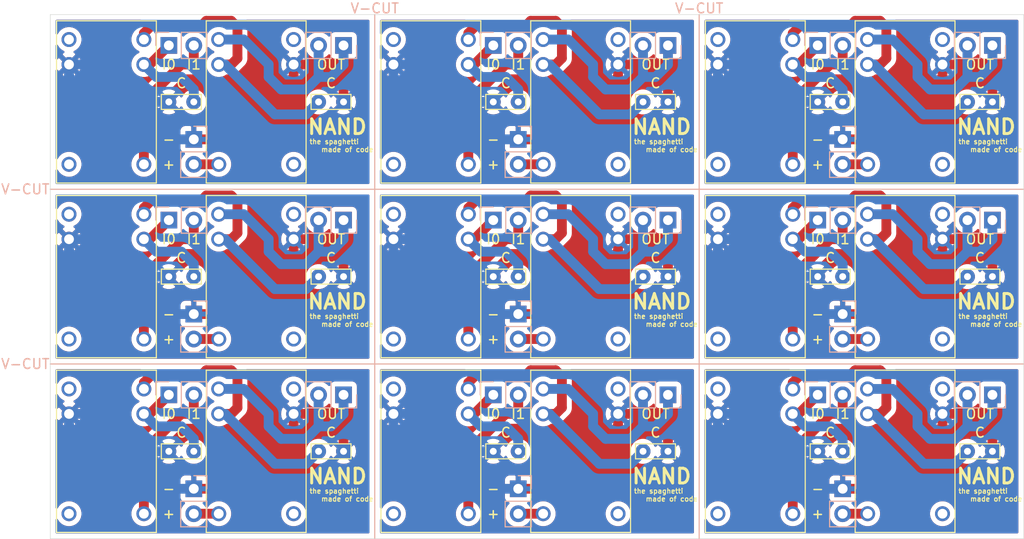
<source format=kicad_pcb>
(kicad_pcb (version 20171130) (host pcbnew "(5.1.6)-1")
  (layers (0 F.Cu signal) (31 B.Cu signal hide) (34 B.Paste user hide) (35 F.Paste user hide) (36 B.SilkS user) (37 F.SilkS user hide) (38 B.Mask user hide) (39 F.Mask user hide) (44 Edge.Cuts user))
  (net 0 "")
  (net 1 "Net-(C1-Pad1)")
  (net 2 "Net-(C2-Pad2)")
  (net 3 "Net-(J1-Pad2)")
  (net 4 "Net-(J3-Pad1)")
  (net 5 "Net-(SPDT1-Pad5)")
  (net 6 "Net-(SPDT1-Pad1)")
  (net 7 "Net-(SPDT2-Pad2)")
  (net 8 "Net-(SPDT2-Pad6)")
  (net 9 GND)
  (net 10 +24V)
  (module MiyakeFootprintLib:Condensor (layer F.Cu) (at 175.26 97.79 180)
    (fp_text reference C2)
    (fp_text value C)
    (pad 2 thru_hole circle (at 2.54 0 180) (size 1.524 1.524) (drill 0.7) (layers *.Cu *.Mask) (net 2 "Net-(C2-Pad2)"))
    (pad 1 thru_hole circle (at 0 0 180) (size 1.524 1.524) (drill 0.7) (layers *.Cu *.Mask) (net 9 GND))
  )
  (module MiyakeFootprintLib:Condensor (layer F.Cu) (at 142.24 97.79 180)
    (fp_text reference C2)
    (fp_text value C)
    (pad 2 thru_hole circle (at 2.54 0 180) (size 1.524 1.524) (drill 0.7) (layers *.Cu *.Mask) (net 2 "Net-(C2-Pad2)"))
    (pad 1 thru_hole circle (at 0 0 180) (size 1.524 1.524) (drill 0.7) (layers *.Cu *.Mask) (net 9 GND))
  )
  (module MiyakeFootprintLib:Condensor (layer F.Cu) (at 109.22 97.79 180)
    (fp_text reference C2)
    (fp_text value C)
    (pad 2 thru_hole circle (at 2.54 0 180) (size 1.524 1.524) (drill 0.7) (layers *.Cu *.Mask) (net 2 "Net-(C2-Pad2)"))
    (pad 1 thru_hole circle (at 0 0 180) (size 1.524 1.524) (drill 0.7) (layers *.Cu *.Mask) (net 9 GND))
  )
  (module MiyakeFootprintLib:Condensor (layer F.Cu) (at 175.26 80.01 180)
    (fp_text reference C2)
    (fp_text value C)
    (pad 2 thru_hole circle (at 2.54 0 180) (size 1.524 1.524) (drill 0.7) (layers *.Cu *.Mask) (net 2 "Net-(C2-Pad2)"))
    (pad 1 thru_hole circle (at 0 0 180) (size 1.524 1.524) (drill 0.7) (layers *.Cu *.Mask) (net 9 GND))
  )
  (module MiyakeFootprintLib:Condensor (layer F.Cu) (at 142.24 80.01 180)
    (fp_text reference C2)
    (fp_text value C)
    (pad 2 thru_hole circle (at 2.54 0 180) (size 1.524 1.524) (drill 0.7) (layers *.Cu *.Mask) (net 2 "Net-(C2-Pad2)"))
    (pad 1 thru_hole circle (at 0 0 180) (size 1.524 1.524) (drill 0.7) (layers *.Cu *.Mask) (net 9 GND))
  )
  (module MiyakeFootprintLib:Condensor (layer F.Cu) (at 109.22 80.01 180)
    (fp_text reference C2)
    (fp_text value C)
    (pad 2 thru_hole circle (at 2.54 0 180) (size 1.524 1.524) (drill 0.7) (layers *.Cu *.Mask) (net 2 "Net-(C2-Pad2)"))
    (pad 1 thru_hole circle (at 0 0 180) (size 1.524 1.524) (drill 0.7) (layers *.Cu *.Mask) (net 9 GND))
  )
  (module MiyakeFootprintLib:Condensor (layer F.Cu) (at 175.26 62.23 180)
    (fp_text reference C2)
    (fp_text value C)
    (pad 2 thru_hole circle (at 2.54 0 180) (size 1.524 1.524) (drill 0.7) (layers *.Cu *.Mask) (net 2 "Net-(C2-Pad2)"))
    (pad 1 thru_hole circle (at 0 0 180) (size 1.524 1.524) (drill 0.7) (layers *.Cu *.Mask) (net 9 GND))
  )
  (module MiyakeFootprintLib:Condensor (layer F.Cu) (at 142.24 62.23 180)
    (fp_text reference C2)
    (fp_text value C)
    (pad 2 thru_hole circle (at 2.54 0 180) (size 1.524 1.524) (drill 0.7) (layers *.Cu *.Mask) (net 2 "Net-(C2-Pad2)"))
    (pad 1 thru_hole circle (at 0 0 180) (size 1.524 1.524) (drill 0.7) (layers *.Cu *.Mask) (net 9 GND))
  )
  (module Connector_PinHeader_2.54mm:PinHeader_1x02_P2.54mm_Vertical (layer B.Cu) (at 175.26 92.04 90)
    (fp_text reference J3)
    (fp_text value Conn_01x02)
    (pad 1 thru_hole rect (at 0 0 90) (size 1.7 1.7) (drill 1) (layers *.Cu *.Mask) (net 4 "Net-(J3-Pad1)"))
    (pad 2 thru_hole oval (at 0 -2.54 90) (size 1.7 1.7) (drill 1) (layers *.Cu *.Mask) (net 4 "Net-(J3-Pad1)"))
  )
  (module Connector_PinHeader_2.54mm:PinHeader_1x02_P2.54mm_Vertical (layer B.Cu) (at 142.24 92.04 90)
    (fp_text reference J3)
    (fp_text value Conn_01x02)
    (pad 1 thru_hole rect (at 0 0 90) (size 1.7 1.7) (drill 1) (layers *.Cu *.Mask) (net 4 "Net-(J3-Pad1)"))
    (pad 2 thru_hole oval (at 0 -2.54 90) (size 1.7 1.7) (drill 1) (layers *.Cu *.Mask) (net 4 "Net-(J3-Pad1)"))
  )
  (module Connector_PinHeader_2.54mm:PinHeader_1x02_P2.54mm_Vertical (layer B.Cu) (at 109.22 92.04 90)
    (fp_text reference J3)
    (fp_text value Conn_01x02)
    (pad 1 thru_hole rect (at 0 0 90) (size 1.7 1.7) (drill 1) (layers *.Cu *.Mask) (net 4 "Net-(J3-Pad1)"))
    (pad 2 thru_hole oval (at 0 -2.54 90) (size 1.7 1.7) (drill 1) (layers *.Cu *.Mask) (net 4 "Net-(J3-Pad1)"))
  )
  (module Connector_PinHeader_2.54mm:PinHeader_1x02_P2.54mm_Vertical (layer B.Cu) (at 175.26 74.26 90)
    (fp_text reference J3)
    (fp_text value Conn_01x02)
    (pad 1 thru_hole rect (at 0 0 90) (size 1.7 1.7) (drill 1) (layers *.Cu *.Mask) (net 4 "Net-(J3-Pad1)"))
    (pad 2 thru_hole oval (at 0 -2.54 90) (size 1.7 1.7) (drill 1) (layers *.Cu *.Mask) (net 4 "Net-(J3-Pad1)"))
  )
  (module Connector_PinHeader_2.54mm:PinHeader_1x02_P2.54mm_Vertical (layer B.Cu) (at 142.24 74.26 90)
    (fp_text reference J3)
    (fp_text value Conn_01x02)
    (pad 1 thru_hole rect (at 0 0 90) (size 1.7 1.7) (drill 1) (layers *.Cu *.Mask) (net 4 "Net-(J3-Pad1)"))
    (pad 2 thru_hole oval (at 0 -2.54 90) (size 1.7 1.7) (drill 1) (layers *.Cu *.Mask) (net 4 "Net-(J3-Pad1)"))
  )
  (module Connector_PinHeader_2.54mm:PinHeader_1x02_P2.54mm_Vertical (layer B.Cu) (at 109.22 74.26 90)
    (fp_text reference J3)
    (fp_text value Conn_01x02)
    (pad 1 thru_hole rect (at 0 0 90) (size 1.7 1.7) (drill 1) (layers *.Cu *.Mask) (net 4 "Net-(J3-Pad1)"))
    (pad 2 thru_hole oval (at 0 -2.54 90) (size 1.7 1.7) (drill 1) (layers *.Cu *.Mask) (net 4 "Net-(J3-Pad1)"))
  )
  (module Connector_PinHeader_2.54mm:PinHeader_1x02_P2.54mm_Vertical (layer B.Cu) (at 175.26 56.48 90)
    (fp_text reference J3)
    (fp_text value Conn_01x02)
    (pad 1 thru_hole rect (at 0 0 90) (size 1.7 1.7) (drill 1) (layers *.Cu *.Mask) (net 4 "Net-(J3-Pad1)"))
    (pad 2 thru_hole oval (at 0 -2.54 90) (size 1.7 1.7) (drill 1) (layers *.Cu *.Mask) (net 4 "Net-(J3-Pad1)"))
  )
  (module Connector_PinHeader_2.54mm:PinHeader_1x02_P2.54mm_Vertical (layer B.Cu) (at 142.24 56.48 90)
    (fp_text reference J3)
    (fp_text value Conn_01x02)
    (pad 1 thru_hole rect (at 0 0 90) (size 1.7 1.7) (drill 1) (layers *.Cu *.Mask) (net 4 "Net-(J3-Pad1)"))
    (pad 2 thru_hole oval (at 0 -2.54 90) (size 1.7 1.7) (drill 1) (layers *.Cu *.Mask) (net 4 "Net-(J3-Pad1)"))
  )
  (module MiyakeFootprintLib:946H-1C-24D (layer F.Cu) (at 152.4 96.52)
    (fp_text reference SPDT1)
    (fp_text value 946H-1C-24D)
    (pad 1 thru_hole circle (at -5.08 -5.08) (size 1.524 1.524) (drill 1) (layers *.Cu *.Mask) (net 6 "Net-(SPDT1-Pad1)"))
    (pad 2 thru_hole circle (at 2.54 -5.08) (size 1.524 1.524) (drill 1) (layers *.Cu *.Mask) (net 2 "Net-(C2-Pad2)"))
    (pad 3 thru_hole circle (at 2.54 -2.54) (size 1.524 1.524) (drill 1) (layers *.Cu *.Mask) (net 1 "Net-(C1-Pad1)"))
    (pad 4 thru_hole circle (at -5.08 -2.54) (size 1.524 1.524) (drill 1) (layers *.Cu *.Mask) (net 9 GND))
    (pad 5 thru_hole circle (at -5.08 7.62) (size 1.524 1.524) (drill 1) (layers *.Cu *.Mask) (net 5 "Net-(SPDT1-Pad5)"))
    (pad 6 thru_hole circle (at 2.54 7.62) (size 1.524 1.524) (drill 1) (layers *.Cu *.Mask) (net 3 "Net-(J1-Pad2)"))
  )
  (module MiyakeFootprintLib:946H-1C-24D (layer F.Cu) (at 119.38 96.52)
    (fp_text reference SPDT1)
    (fp_text value 946H-1C-24D)
    (pad 1 thru_hole circle (at -5.08 -5.08) (size 1.524 1.524) (drill 1) (layers *.Cu *.Mask) (net 6 "Net-(SPDT1-Pad1)"))
    (pad 2 thru_hole circle (at 2.54 -5.08) (size 1.524 1.524) (drill 1) (layers *.Cu *.Mask) (net 2 "Net-(C2-Pad2)"))
    (pad 3 thru_hole circle (at 2.54 -2.54) (size 1.524 1.524) (drill 1) (layers *.Cu *.Mask) (net 1 "Net-(C1-Pad1)"))
    (pad 4 thru_hole circle (at -5.08 -2.54) (size 1.524 1.524) (drill 1) (layers *.Cu *.Mask) (net 9 GND))
    (pad 5 thru_hole circle (at -5.08 7.62) (size 1.524 1.524) (drill 1) (layers *.Cu *.Mask) (net 5 "Net-(SPDT1-Pad5)"))
    (pad 6 thru_hole circle (at 2.54 7.62) (size 1.524 1.524) (drill 1) (layers *.Cu *.Mask) (net 3 "Net-(J1-Pad2)"))
  )
  (module MiyakeFootprintLib:946H-1C-24D (layer F.Cu) (at 86.36 96.52)
    (fp_text reference SPDT1)
    (fp_text value 946H-1C-24D)
    (pad 1 thru_hole circle (at -5.08 -5.08) (size 1.524 1.524) (drill 1) (layers *.Cu *.Mask) (net 6 "Net-(SPDT1-Pad1)"))
    (pad 2 thru_hole circle (at 2.54 -5.08) (size 1.524 1.524) (drill 1) (layers *.Cu *.Mask) (net 2 "Net-(C2-Pad2)"))
    (pad 3 thru_hole circle (at 2.54 -2.54) (size 1.524 1.524) (drill 1) (layers *.Cu *.Mask) (net 1 "Net-(C1-Pad1)"))
    (pad 4 thru_hole circle (at -5.08 -2.54) (size 1.524 1.524) (drill 1) (layers *.Cu *.Mask) (net 9 GND))
    (pad 5 thru_hole circle (at -5.08 7.62) (size 1.524 1.524) (drill 1) (layers *.Cu *.Mask) (net 5 "Net-(SPDT1-Pad5)"))
    (pad 6 thru_hole circle (at 2.54 7.62) (size 1.524 1.524) (drill 1) (layers *.Cu *.Mask) (net 3 "Net-(J1-Pad2)"))
  )
  (module MiyakeFootprintLib:946H-1C-24D (layer F.Cu) (at 152.4 78.74)
    (fp_text reference SPDT1)
    (fp_text value 946H-1C-24D)
    (pad 1 thru_hole circle (at -5.08 -5.08) (size 1.524 1.524) (drill 1) (layers *.Cu *.Mask) (net 6 "Net-(SPDT1-Pad1)"))
    (pad 2 thru_hole circle (at 2.54 -5.08) (size 1.524 1.524) (drill 1) (layers *.Cu *.Mask) (net 2 "Net-(C2-Pad2)"))
    (pad 3 thru_hole circle (at 2.54 -2.54) (size 1.524 1.524) (drill 1) (layers *.Cu *.Mask) (net 1 "Net-(C1-Pad1)"))
    (pad 4 thru_hole circle (at -5.08 -2.54) (size 1.524 1.524) (drill 1) (layers *.Cu *.Mask) (net 9 GND))
    (pad 5 thru_hole circle (at -5.08 7.62) (size 1.524 1.524) (drill 1) (layers *.Cu *.Mask) (net 5 "Net-(SPDT1-Pad5)"))
    (pad 6 thru_hole circle (at 2.54 7.62) (size 1.524 1.524) (drill 1) (layers *.Cu *.Mask) (net 3 "Net-(J1-Pad2)"))
  )
  (module MiyakeFootprintLib:946H-1C-24D (layer F.Cu) (at 119.38 78.74)
    (fp_text reference SPDT1)
    (fp_text value 946H-1C-24D)
    (pad 1 thru_hole circle (at -5.08 -5.08) (size 1.524 1.524) (drill 1) (layers *.Cu *.Mask) (net 6 "Net-(SPDT1-Pad1)"))
    (pad 2 thru_hole circle (at 2.54 -5.08) (size 1.524 1.524) (drill 1) (layers *.Cu *.Mask) (net 2 "Net-(C2-Pad2)"))
    (pad 3 thru_hole circle (at 2.54 -2.54) (size 1.524 1.524) (drill 1) (layers *.Cu *.Mask) (net 1 "Net-(C1-Pad1)"))
    (pad 4 thru_hole circle (at -5.08 -2.54) (size 1.524 1.524) (drill 1) (layers *.Cu *.Mask) (net 9 GND))
    (pad 5 thru_hole circle (at -5.08 7.62) (size 1.524 1.524) (drill 1) (layers *.Cu *.Mask) (net 5 "Net-(SPDT1-Pad5)"))
    (pad 6 thru_hole circle (at 2.54 7.62) (size 1.524 1.524) (drill 1) (layers *.Cu *.Mask) (net 3 "Net-(J1-Pad2)"))
  )
  (module MiyakeFootprintLib:946H-1C-24D (layer F.Cu) (at 86.36 78.74)
    (fp_text reference SPDT1)
    (fp_text value 946H-1C-24D)
    (pad 1 thru_hole circle (at -5.08 -5.08) (size 1.524 1.524) (drill 1) (layers *.Cu *.Mask) (net 6 "Net-(SPDT1-Pad1)"))
    (pad 2 thru_hole circle (at 2.54 -5.08) (size 1.524 1.524) (drill 1) (layers *.Cu *.Mask) (net 2 "Net-(C2-Pad2)"))
    (pad 3 thru_hole circle (at 2.54 -2.54) (size 1.524 1.524) (drill 1) (layers *.Cu *.Mask) (net 1 "Net-(C1-Pad1)"))
    (pad 4 thru_hole circle (at -5.08 -2.54) (size 1.524 1.524) (drill 1) (layers *.Cu *.Mask) (net 9 GND))
    (pad 5 thru_hole circle (at -5.08 7.62) (size 1.524 1.524) (drill 1) (layers *.Cu *.Mask) (net 5 "Net-(SPDT1-Pad5)"))
    (pad 6 thru_hole circle (at 2.54 7.62) (size 1.524 1.524) (drill 1) (layers *.Cu *.Mask) (net 3 "Net-(J1-Pad2)"))
  )
  (module MiyakeFootprintLib:946H-1C-24D (layer F.Cu) (at 152.4 60.96)
    (fp_text reference SPDT1)
    (fp_text value 946H-1C-24D)
    (pad 1 thru_hole circle (at -5.08 -5.08) (size 1.524 1.524) (drill 1) (layers *.Cu *.Mask) (net 6 "Net-(SPDT1-Pad1)"))
    (pad 2 thru_hole circle (at 2.54 -5.08) (size 1.524 1.524) (drill 1) (layers *.Cu *.Mask) (net 2 "Net-(C2-Pad2)"))
    (pad 3 thru_hole circle (at 2.54 -2.54) (size 1.524 1.524) (drill 1) (layers *.Cu *.Mask) (net 1 "Net-(C1-Pad1)"))
    (pad 4 thru_hole circle (at -5.08 -2.54) (size 1.524 1.524) (drill 1) (layers *.Cu *.Mask) (net 9 GND))
    (pad 5 thru_hole circle (at -5.08 7.62) (size 1.524 1.524) (drill 1) (layers *.Cu *.Mask) (net 5 "Net-(SPDT1-Pad5)"))
    (pad 6 thru_hole circle (at 2.54 7.62) (size 1.524 1.524) (drill 1) (layers *.Cu *.Mask) (net 3 "Net-(J1-Pad2)"))
  )
  (module MiyakeFootprintLib:946H-1C-24D (layer F.Cu) (at 119.38 60.96)
    (fp_text reference SPDT1)
    (fp_text value 946H-1C-24D)
    (pad 1 thru_hole circle (at -5.08 -5.08) (size 1.524 1.524) (drill 1) (layers *.Cu *.Mask) (net 6 "Net-(SPDT1-Pad1)"))
    (pad 2 thru_hole circle (at 2.54 -5.08) (size 1.524 1.524) (drill 1) (layers *.Cu *.Mask) (net 2 "Net-(C2-Pad2)"))
    (pad 3 thru_hole circle (at 2.54 -2.54) (size 1.524 1.524) (drill 1) (layers *.Cu *.Mask) (net 1 "Net-(C1-Pad1)"))
    (pad 4 thru_hole circle (at -5.08 -2.54) (size 1.524 1.524) (drill 1) (layers *.Cu *.Mask) (net 9 GND))
    (pad 5 thru_hole circle (at -5.08 7.62) (size 1.524 1.524) (drill 1) (layers *.Cu *.Mask) (net 5 "Net-(SPDT1-Pad5)"))
    (pad 6 thru_hole circle (at 2.54 7.62) (size 1.524 1.524) (drill 1) (layers *.Cu *.Mask) (net 3 "Net-(J1-Pad2)"))
  )
  (module Connector_PinHeader_2.54mm:PinHeader_1x02_P2.54mm_Vertical (layer B.Cu) (at 160.02 101.6 180)
    (fp_text reference J2)
    (fp_text value Conn_01x02)
    (pad 2 thru_hole oval (at 0 -2.54 180) (size 1.7 1.7) (drill 1) (layers *.Cu *.Mask) (net 10 +24V))
    (pad 1 thru_hole rect (at 0 0 180) (size 1.7 1.7) (drill 1) (layers *.Cu *.Mask) (net 9 GND))
  )
  (module Connector_PinHeader_2.54mm:PinHeader_1x02_P2.54mm_Vertical (layer B.Cu) (at 127 101.6 180)
    (fp_text reference J2)
    (fp_text value Conn_01x02)
    (pad 2 thru_hole oval (at 0 -2.54 180) (size 1.7 1.7) (drill 1) (layers *.Cu *.Mask) (net 10 +24V))
    (pad 1 thru_hole rect (at 0 0 180) (size 1.7 1.7) (drill 1) (layers *.Cu *.Mask) (net 9 GND))
  )
  (module Connector_PinHeader_2.54mm:PinHeader_1x02_P2.54mm_Vertical (layer B.Cu) (at 93.98 101.6 180)
    (fp_text reference J2)
    (fp_text value Conn_01x02)
    (pad 2 thru_hole oval (at 0 -2.54 180) (size 1.7 1.7) (drill 1) (layers *.Cu *.Mask) (net 10 +24V))
    (pad 1 thru_hole rect (at 0 0 180) (size 1.7 1.7) (drill 1) (layers *.Cu *.Mask) (net 9 GND))
  )
  (module Connector_PinHeader_2.54mm:PinHeader_1x02_P2.54mm_Vertical (layer B.Cu) (at 160.02 83.82 180)
    (fp_text reference J2)
    (fp_text value Conn_01x02)
    (pad 2 thru_hole oval (at 0 -2.54 180) (size 1.7 1.7) (drill 1) (layers *.Cu *.Mask) (net 10 +24V))
    (pad 1 thru_hole rect (at 0 0 180) (size 1.7 1.7) (drill 1) (layers *.Cu *.Mask) (net 9 GND))
  )
  (module Connector_PinHeader_2.54mm:PinHeader_1x02_P2.54mm_Vertical (layer B.Cu) (at 127 83.82 180)
    (fp_text reference J2)
    (fp_text value Conn_01x02)
    (pad 2 thru_hole oval (at 0 -2.54 180) (size 1.7 1.7) (drill 1) (layers *.Cu *.Mask) (net 10 +24V))
    (pad 1 thru_hole rect (at 0 0 180) (size 1.7 1.7) (drill 1) (layers *.Cu *.Mask) (net 9 GND))
  )
  (module Connector_PinHeader_2.54mm:PinHeader_1x02_P2.54mm_Vertical (layer B.Cu) (at 93.98 83.82 180)
    (fp_text reference J2)
    (fp_text value Conn_01x02)
    (pad 2 thru_hole oval (at 0 -2.54 180) (size 1.7 1.7) (drill 1) (layers *.Cu *.Mask) (net 10 +24V))
    (pad 1 thru_hole rect (at 0 0 180) (size 1.7 1.7) (drill 1) (layers *.Cu *.Mask) (net 9 GND))
  )
  (module Connector_PinHeader_2.54mm:PinHeader_1x02_P2.54mm_Vertical (layer B.Cu) (at 160.02 66.04 180)
    (fp_text reference J2)
    (fp_text value Conn_01x02)
    (pad 2 thru_hole oval (at 0 -2.54 180) (size 1.7 1.7) (drill 1) (layers *.Cu *.Mask) (net 10 +24V))
    (pad 1 thru_hole rect (at 0 0 180) (size 1.7 1.7) (drill 1) (layers *.Cu *.Mask) (net 9 GND))
  )
  (module Connector_PinHeader_2.54mm:PinHeader_1x02_P2.54mm_Vertical (layer B.Cu) (at 127 66.04 180)
    (fp_text reference J2)
    (fp_text value Conn_01x02)
    (pad 2 thru_hole oval (at 0 -2.54 180) (size 1.7 1.7) (drill 1) (layers *.Cu *.Mask) (net 10 +24V))
    (pad 1 thru_hole rect (at 0 0 180) (size 1.7 1.7) (drill 1) (layers *.Cu *.Mask) (net 9 GND))
  )
  (module MiyakeFootprintLib:Condensor (layer F.Cu) (at 160.02 97.79 180)
    (fp_text reference C1)
    (fp_text value C)
    (pad 1 thru_hole circle (at 0 0 180) (size 1.524 1.524) (drill 0.7) (layers *.Cu *.Mask) (net 1 "Net-(C1-Pad1)"))
    (pad 2 thru_hole circle (at 2.54 0 180) (size 1.524 1.524) (drill 0.7) (layers *.Cu *.Mask) (net 9 GND))
  )
  (module MiyakeFootprintLib:Condensor (layer F.Cu) (at 127 97.79 180)
    (fp_text reference C1)
    (fp_text value C)
    (pad 1 thru_hole circle (at 0 0 180) (size 1.524 1.524) (drill 0.7) (layers *.Cu *.Mask) (net 1 "Net-(C1-Pad1)"))
    (pad 2 thru_hole circle (at 2.54 0 180) (size 1.524 1.524) (drill 0.7) (layers *.Cu *.Mask) (net 9 GND))
  )
  (module MiyakeFootprintLib:Condensor (layer F.Cu) (at 93.98 97.79 180)
    (fp_text reference C1)
    (fp_text value C)
    (pad 1 thru_hole circle (at 0 0 180) (size 1.524 1.524) (drill 0.7) (layers *.Cu *.Mask) (net 1 "Net-(C1-Pad1)"))
    (pad 2 thru_hole circle (at 2.54 0 180) (size 1.524 1.524) (drill 0.7) (layers *.Cu *.Mask) (net 9 GND))
  )
  (module MiyakeFootprintLib:Condensor (layer F.Cu) (at 160.02 80.01 180)
    (fp_text reference C1)
    (fp_text value C)
    (pad 1 thru_hole circle (at 0 0 180) (size 1.524 1.524) (drill 0.7) (layers *.Cu *.Mask) (net 1 "Net-(C1-Pad1)"))
    (pad 2 thru_hole circle (at 2.54 0 180) (size 1.524 1.524) (drill 0.7) (layers *.Cu *.Mask) (net 9 GND))
  )
  (module MiyakeFootprintLib:Condensor (layer F.Cu) (at 127 80.01 180)
    (fp_text reference C1)
    (fp_text value C)
    (pad 1 thru_hole circle (at 0 0 180) (size 1.524 1.524) (drill 0.7) (layers *.Cu *.Mask) (net 1 "Net-(C1-Pad1)"))
    (pad 2 thru_hole circle (at 2.54 0 180) (size 1.524 1.524) (drill 0.7) (layers *.Cu *.Mask) (net 9 GND))
  )
  (module MiyakeFootprintLib:Condensor (layer F.Cu) (at 93.98 80.01 180)
    (fp_text reference C1)
    (fp_text value C)
    (pad 1 thru_hole circle (at 0 0 180) (size 1.524 1.524) (drill 0.7) (layers *.Cu *.Mask) (net 1 "Net-(C1-Pad1)"))
    (pad 2 thru_hole circle (at 2.54 0 180) (size 1.524 1.524) (drill 0.7) (layers *.Cu *.Mask) (net 9 GND))
  )
  (module MiyakeFootprintLib:Condensor (layer F.Cu) (at 160.02 62.23 180)
    (fp_text reference C1)
    (fp_text value C)
    (pad 1 thru_hole circle (at 0 0 180) (size 1.524 1.524) (drill 0.7) (layers *.Cu *.Mask) (net 1 "Net-(C1-Pad1)"))
    (pad 2 thru_hole circle (at 2.54 0 180) (size 1.524 1.524) (drill 0.7) (layers *.Cu *.Mask) (net 9 GND))
  )
  (module MiyakeFootprintLib:Condensor (layer F.Cu) (at 127 62.23 180)
    (fp_text reference C1)
    (fp_text value C)
    (pad 1 thru_hole circle (at 0 0 180) (size 1.524 1.524) (drill 0.7) (layers *.Cu *.Mask) (net 1 "Net-(C1-Pad1)"))
    (pad 2 thru_hole circle (at 2.54 0 180) (size 1.524 1.524) (drill 0.7) (layers *.Cu *.Mask) (net 9 GND))
  )
  (module MiyakeFootprintLib:946H-1C-24D (layer F.Cu) (at 167.64 96.52)
    (fp_text reference SPDT2)
    (fp_text value 946H-1C-24D)
    (pad 6 thru_hole circle (at 2.54 7.62) (size 1.524 1.524) (drill 1) (layers *.Cu *.Mask) (net 8 "Net-(SPDT2-Pad6)"))
    (pad 5 thru_hole circle (at -5.08 7.62) (size 1.524 1.524) (drill 1) (layers *.Cu *.Mask) (net 10 +24V))
    (pad 4 thru_hole circle (at -5.08 -2.54) (size 1.524 1.524) (drill 1) (layers *.Cu *.Mask) (net 2 "Net-(C2-Pad2)"))
    (pad 3 thru_hole circle (at 2.54 -2.54) (size 1.524 1.524) (drill 1) (layers *.Cu *.Mask) (net 9 GND))
    (pad 2 thru_hole circle (at 2.54 -5.08) (size 1.524 1.524) (drill 1) (layers *.Cu *.Mask) (net 7 "Net-(SPDT2-Pad2)"))
    (pad 1 thru_hole circle (at -5.08 -5.08) (size 1.524 1.524) (drill 1) (layers *.Cu *.Mask) (net 4 "Net-(J3-Pad1)"))
  )
  (module MiyakeFootprintLib:946H-1C-24D (layer F.Cu) (at 134.62 96.52)
    (fp_text reference SPDT2)
    (fp_text value 946H-1C-24D)
    (pad 6 thru_hole circle (at 2.54 7.62) (size 1.524 1.524) (drill 1) (layers *.Cu *.Mask) (net 8 "Net-(SPDT2-Pad6)"))
    (pad 5 thru_hole circle (at -5.08 7.62) (size 1.524 1.524) (drill 1) (layers *.Cu *.Mask) (net 10 +24V))
    (pad 4 thru_hole circle (at -5.08 -2.54) (size 1.524 1.524) (drill 1) (layers *.Cu *.Mask) (net 2 "Net-(C2-Pad2)"))
    (pad 3 thru_hole circle (at 2.54 -2.54) (size 1.524 1.524) (drill 1) (layers *.Cu *.Mask) (net 9 GND))
    (pad 2 thru_hole circle (at 2.54 -5.08) (size 1.524 1.524) (drill 1) (layers *.Cu *.Mask) (net 7 "Net-(SPDT2-Pad2)"))
    (pad 1 thru_hole circle (at -5.08 -5.08) (size 1.524 1.524) (drill 1) (layers *.Cu *.Mask) (net 4 "Net-(J3-Pad1)"))
  )
  (module MiyakeFootprintLib:946H-1C-24D (layer F.Cu) (at 101.6 96.52)
    (fp_text reference SPDT2)
    (fp_text value 946H-1C-24D)
    (pad 6 thru_hole circle (at 2.54 7.62) (size 1.524 1.524) (drill 1) (layers *.Cu *.Mask) (net 8 "Net-(SPDT2-Pad6)"))
    (pad 5 thru_hole circle (at -5.08 7.62) (size 1.524 1.524) (drill 1) (layers *.Cu *.Mask) (net 10 +24V))
    (pad 4 thru_hole circle (at -5.08 -2.54) (size 1.524 1.524) (drill 1) (layers *.Cu *.Mask) (net 2 "Net-(C2-Pad2)"))
    (pad 3 thru_hole circle (at 2.54 -2.54) (size 1.524 1.524) (drill 1) (layers *.Cu *.Mask) (net 9 GND))
    (pad 2 thru_hole circle (at 2.54 -5.08) (size 1.524 1.524) (drill 1) (layers *.Cu *.Mask) (net 7 "Net-(SPDT2-Pad2)"))
    (pad 1 thru_hole circle (at -5.08 -5.08) (size 1.524 1.524) (drill 1) (layers *.Cu *.Mask) (net 4 "Net-(J3-Pad1)"))
  )
  (module MiyakeFootprintLib:946H-1C-24D (layer F.Cu) (at 167.64 78.74)
    (fp_text reference SPDT2)
    (fp_text value 946H-1C-24D)
    (pad 6 thru_hole circle (at 2.54 7.62) (size 1.524 1.524) (drill 1) (layers *.Cu *.Mask) (net 8 "Net-(SPDT2-Pad6)"))
    (pad 5 thru_hole circle (at -5.08 7.62) (size 1.524 1.524) (drill 1) (layers *.Cu *.Mask) (net 10 +24V))
    (pad 4 thru_hole circle (at -5.08 -2.54) (size 1.524 1.524) (drill 1) (layers *.Cu *.Mask) (net 2 "Net-(C2-Pad2)"))
    (pad 3 thru_hole circle (at 2.54 -2.54) (size 1.524 1.524) (drill 1) (layers *.Cu *.Mask) (net 9 GND))
    (pad 2 thru_hole circle (at 2.54 -5.08) (size 1.524 1.524) (drill 1) (layers *.Cu *.Mask) (net 7 "Net-(SPDT2-Pad2)"))
    (pad 1 thru_hole circle (at -5.08 -5.08) (size 1.524 1.524) (drill 1) (layers *.Cu *.Mask) (net 4 "Net-(J3-Pad1)"))
  )
  (module MiyakeFootprintLib:946H-1C-24D (layer F.Cu) (at 134.62 78.74)
    (fp_text reference SPDT2)
    (fp_text value 946H-1C-24D)
    (pad 6 thru_hole circle (at 2.54 7.62) (size 1.524 1.524) (drill 1) (layers *.Cu *.Mask) (net 8 "Net-(SPDT2-Pad6)"))
    (pad 5 thru_hole circle (at -5.08 7.62) (size 1.524 1.524) (drill 1) (layers *.Cu *.Mask) (net 10 +24V))
    (pad 4 thru_hole circle (at -5.08 -2.54) (size 1.524 1.524) (drill 1) (layers *.Cu *.Mask) (net 2 "Net-(C2-Pad2)"))
    (pad 3 thru_hole circle (at 2.54 -2.54) (size 1.524 1.524) (drill 1) (layers *.Cu *.Mask) (net 9 GND))
    (pad 2 thru_hole circle (at 2.54 -5.08) (size 1.524 1.524) (drill 1) (layers *.Cu *.Mask) (net 7 "Net-(SPDT2-Pad2)"))
    (pad 1 thru_hole circle (at -5.08 -5.08) (size 1.524 1.524) (drill 1) (layers *.Cu *.Mask) (net 4 "Net-(J3-Pad1)"))
  )
  (module MiyakeFootprintLib:946H-1C-24D (layer F.Cu) (at 101.6 78.74)
    (fp_text reference SPDT2)
    (fp_text value 946H-1C-24D)
    (pad 6 thru_hole circle (at 2.54 7.62) (size 1.524 1.524) (drill 1) (layers *.Cu *.Mask) (net 8 "Net-(SPDT2-Pad6)"))
    (pad 5 thru_hole circle (at -5.08 7.62) (size 1.524 1.524) (drill 1) (layers *.Cu *.Mask) (net 10 +24V))
    (pad 4 thru_hole circle (at -5.08 -2.54) (size 1.524 1.524) (drill 1) (layers *.Cu *.Mask) (net 2 "Net-(C2-Pad2)"))
    (pad 3 thru_hole circle (at 2.54 -2.54) (size 1.524 1.524) (drill 1) (layers *.Cu *.Mask) (net 9 GND))
    (pad 2 thru_hole circle (at 2.54 -5.08) (size 1.524 1.524) (drill 1) (layers *.Cu *.Mask) (net 7 "Net-(SPDT2-Pad2)"))
    (pad 1 thru_hole circle (at -5.08 -5.08) (size 1.524 1.524) (drill 1) (layers *.Cu *.Mask) (net 4 "Net-(J3-Pad1)"))
  )
  (module MiyakeFootprintLib:946H-1C-24D (layer F.Cu) (at 167.64 60.96)
    (fp_text reference SPDT2)
    (fp_text value 946H-1C-24D)
    (pad 6 thru_hole circle (at 2.54 7.62) (size 1.524 1.524) (drill 1) (layers *.Cu *.Mask) (net 8 "Net-(SPDT2-Pad6)"))
    (pad 5 thru_hole circle (at -5.08 7.62) (size 1.524 1.524) (drill 1) (layers *.Cu *.Mask) (net 10 +24V))
    (pad 4 thru_hole circle (at -5.08 -2.54) (size 1.524 1.524) (drill 1) (layers *.Cu *.Mask) (net 2 "Net-(C2-Pad2)"))
    (pad 3 thru_hole circle (at 2.54 -2.54) (size 1.524 1.524) (drill 1) (layers *.Cu *.Mask) (net 9 GND))
    (pad 2 thru_hole circle (at 2.54 -5.08) (size 1.524 1.524) (drill 1) (layers *.Cu *.Mask) (net 7 "Net-(SPDT2-Pad2)"))
    (pad 1 thru_hole circle (at -5.08 -5.08) (size 1.524 1.524) (drill 1) (layers *.Cu *.Mask) (net 4 "Net-(J3-Pad1)"))
  )
  (module MiyakeFootprintLib:946H-1C-24D (layer F.Cu) (at 134.62 60.96)
    (fp_text reference SPDT2)
    (fp_text value 946H-1C-24D)
    (pad 6 thru_hole circle (at 2.54 7.62) (size 1.524 1.524) (drill 1) (layers *.Cu *.Mask) (net 8 "Net-(SPDT2-Pad6)"))
    (pad 5 thru_hole circle (at -5.08 7.62) (size 1.524 1.524) (drill 1) (layers *.Cu *.Mask) (net 10 +24V))
    (pad 4 thru_hole circle (at -5.08 -2.54) (size 1.524 1.524) (drill 1) (layers *.Cu *.Mask) (net 2 "Net-(C2-Pad2)"))
    (pad 3 thru_hole circle (at 2.54 -2.54) (size 1.524 1.524) (drill 1) (layers *.Cu *.Mask) (net 9 GND))
    (pad 2 thru_hole circle (at 2.54 -5.08) (size 1.524 1.524) (drill 1) (layers *.Cu *.Mask) (net 7 "Net-(SPDT2-Pad2)"))
    (pad 1 thru_hole circle (at -5.08 -5.08) (size 1.524 1.524) (drill 1) (layers *.Cu *.Mask) (net 4 "Net-(J3-Pad1)"))
  )
  (module Connector_PinHeader_2.54mm:PinHeader_1x02_P2.54mm_Vertical (layer B.Cu) (at 157.48 92.04 270)
    (fp_text reference J1)
    (fp_text value Conn_01x02)
    (pad 2 thru_hole oval (at 0 -2.54 270) (size 1.7 1.7) (drill 1) (layers *.Cu *.Mask) (net 3 "Net-(J1-Pad2)"))
    (pad 1 thru_hole rect (at 0 0 270) (size 1.7 1.7) (drill 1) (layers *.Cu *.Mask) (net 1 "Net-(C1-Pad1)"))
  )
  (module Connector_PinHeader_2.54mm:PinHeader_1x02_P2.54mm_Vertical (layer B.Cu) (at 124.46 92.04 270)
    (fp_text reference J1)
    (fp_text value Conn_01x02)
    (pad 2 thru_hole oval (at 0 -2.54 270) (size 1.7 1.7) (drill 1) (layers *.Cu *.Mask) (net 3 "Net-(J1-Pad2)"))
    (pad 1 thru_hole rect (at 0 0 270) (size 1.7 1.7) (drill 1) (layers *.Cu *.Mask) (net 1 "Net-(C1-Pad1)"))
  )
  (module Connector_PinHeader_2.54mm:PinHeader_1x02_P2.54mm_Vertical (layer B.Cu) (at 91.44 92.04 270)
    (fp_text reference J1)
    (fp_text value Conn_01x02)
    (pad 2 thru_hole oval (at 0 -2.54 270) (size 1.7 1.7) (drill 1) (layers *.Cu *.Mask) (net 3 "Net-(J1-Pad2)"))
    (pad 1 thru_hole rect (at 0 0 270) (size 1.7 1.7) (drill 1) (layers *.Cu *.Mask) (net 1 "Net-(C1-Pad1)"))
  )
  (module Connector_PinHeader_2.54mm:PinHeader_1x02_P2.54mm_Vertical (layer B.Cu) (at 157.48 74.26 270)
    (fp_text reference J1)
    (fp_text value Conn_01x02)
    (pad 2 thru_hole oval (at 0 -2.54 270) (size 1.7 1.7) (drill 1) (layers *.Cu *.Mask) (net 3 "Net-(J1-Pad2)"))
    (pad 1 thru_hole rect (at 0 0 270) (size 1.7 1.7) (drill 1) (layers *.Cu *.Mask) (net 1 "Net-(C1-Pad1)"))
  )
  (module Connector_PinHeader_2.54mm:PinHeader_1x02_P2.54mm_Vertical (layer B.Cu) (at 124.46 74.26 270)
    (fp_text reference J1)
    (fp_text value Conn_01x02)
    (pad 2 thru_hole oval (at 0 -2.54 270) (size 1.7 1.7) (drill 1) (layers *.Cu *.Mask) (net 3 "Net-(J1-Pad2)"))
    (pad 1 thru_hole rect (at 0 0 270) (size 1.7 1.7) (drill 1) (layers *.Cu *.Mask) (net 1 "Net-(C1-Pad1)"))
  )
  (module Connector_PinHeader_2.54mm:PinHeader_1x02_P2.54mm_Vertical (layer B.Cu) (at 91.44 74.26 270)
    (fp_text reference J1)
    (fp_text value Conn_01x02)
    (pad 2 thru_hole oval (at 0 -2.54 270) (size 1.7 1.7) (drill 1) (layers *.Cu *.Mask) (net 3 "Net-(J1-Pad2)"))
    (pad 1 thru_hole rect (at 0 0 270) (size 1.7 1.7) (drill 1) (layers *.Cu *.Mask) (net 1 "Net-(C1-Pad1)"))
  )
  (module Connector_PinHeader_2.54mm:PinHeader_1x02_P2.54mm_Vertical (layer B.Cu) (at 157.48 56.48 270)
    (fp_text reference J1)
    (fp_text value Conn_01x02)
    (pad 2 thru_hole oval (at 0 -2.54 270) (size 1.7 1.7) (drill 1) (layers *.Cu *.Mask) (net 3 "Net-(J1-Pad2)"))
    (pad 1 thru_hole rect (at 0 0 270) (size 1.7 1.7) (drill 1) (layers *.Cu *.Mask) (net 1 "Net-(C1-Pad1)"))
  )
  (module Connector_PinHeader_2.54mm:PinHeader_1x02_P2.54mm_Vertical (layer B.Cu) (at 124.46 56.48 270)
    (fp_text reference J1)
    (fp_text value Conn_01x02)
    (pad 2 thru_hole oval (at 0 -2.54 270) (size 1.7 1.7) (drill 1) (layers *.Cu *.Mask) (net 3 "Net-(J1-Pad2)"))
    (pad 1 thru_hole rect (at 0 0 270) (size 1.7 1.7) (drill 1) (layers *.Cu *.Mask) (net 1 "Net-(C1-Pad1)"))
  )
  (module MiyakeFootprintLib:Condensor (layer F.Cu) (at 93.98 62.23 180)
    (fp_text reference C1)
    (fp_text value C)
    (pad 2 thru_hole circle (at 2.54 0 180) (size 1.524 1.524) (drill 0.7) (layers *.Cu *.Mask) (net 9 GND))
    (pad 1 thru_hole circle (at 0 0 180) (size 1.524 1.524) (drill 0.7) (layers *.Cu *.Mask) (net 1 "Net-(C1-Pad1)"))
  )
  (module MiyakeFootprintLib:Condensor (layer F.Cu) (at 109.22 62.23 180)
    (fp_text reference C2)
    (fp_text value C)
    (pad 1 thru_hole circle (at 0 0 180) (size 1.524 1.524) (drill 0.7) (layers *.Cu *.Mask) (net 9 GND))
    (pad 2 thru_hole circle (at 2.54 0 180) (size 1.524 1.524) (drill 0.7) (layers *.Cu *.Mask) (net 2 "Net-(C2-Pad2)"))
  )
  (module Connector_PinHeader_2.54mm:PinHeader_1x02_P2.54mm_Vertical (layer B.Cu) (at 91.44 56.48 270)
    (fp_text reference J1)
    (fp_text value Conn_01x02)
    (pad 1 thru_hole rect (at 0 0 270) (size 1.7 1.7) (drill 1) (layers *.Cu *.Mask) (net 1 "Net-(C1-Pad1)"))
    (pad 2 thru_hole oval (at 0 -2.54 270) (size 1.7 1.7) (drill 1) (layers *.Cu *.Mask) (net 3 "Net-(J1-Pad2)"))
  )
  (module Connector_PinHeader_2.54mm:PinHeader_1x02_P2.54mm_Vertical (layer B.Cu) (at 93.98 66.04 180)
    (fp_text reference J2)
    (fp_text value Conn_01x02)
    (pad 1 thru_hole rect (at 0 0 180) (size 1.7 1.7) (drill 1) (layers *.Cu *.Mask) (net 9 GND))
    (pad 2 thru_hole oval (at 0 -2.54 180) (size 1.7 1.7) (drill 1) (layers *.Cu *.Mask) (net 10 +24V))
  )
  (module Connector_PinHeader_2.54mm:PinHeader_1x02_P2.54mm_Vertical (layer B.Cu) (at 109.22 56.48 90)
    (fp_text reference J3)
    (fp_text value Conn_01x02)
    (pad 2 thru_hole oval (at 0 -2.54 90) (size 1.7 1.7) (drill 1) (layers *.Cu *.Mask) (net 4 "Net-(J3-Pad1)"))
    (pad 1 thru_hole rect (at 0 0 90) (size 1.7 1.7) (drill 1) (layers *.Cu *.Mask) (net 4 "Net-(J3-Pad1)"))
  )
  (module MiyakeFootprintLib:946H-1C-24D (layer F.Cu) (at 86.36 60.96)
    (fp_text reference SPDT1)
    (fp_text value 946H-1C-24D)
    (pad 6 thru_hole circle (at 2.54 7.62) (size 1.524 1.524) (drill 1) (layers *.Cu *.Mask) (net 3 "Net-(J1-Pad2)"))
    (pad 5 thru_hole circle (at -5.08 7.62) (size 1.524 1.524) (drill 1) (layers *.Cu *.Mask) (net 5 "Net-(SPDT1-Pad5)"))
    (pad 4 thru_hole circle (at -5.08 -2.54) (size 1.524 1.524) (drill 1) (layers *.Cu *.Mask) (net 9 GND))
    (pad 3 thru_hole circle (at 2.54 -2.54) (size 1.524 1.524) (drill 1) (layers *.Cu *.Mask) (net 1 "Net-(C1-Pad1)"))
    (pad 2 thru_hole circle (at 2.54 -5.08) (size 1.524 1.524) (drill 1) (layers *.Cu *.Mask) (net 2 "Net-(C2-Pad2)"))
    (pad 1 thru_hole circle (at -5.08 -5.08) (size 1.524 1.524) (drill 1) (layers *.Cu *.Mask) (net 6 "Net-(SPDT1-Pad1)"))
  )
  (module MiyakeFootprintLib:946H-1C-24D (layer F.Cu) (at 101.6 60.96)
    (fp_text reference SPDT2)
    (fp_text value 946H-1C-24D)
    (pad 1 thru_hole circle (at -5.08 -5.08) (size 1.524 1.524) (drill 1) (layers *.Cu *.Mask) (net 4 "Net-(J3-Pad1)"))
    (pad 2 thru_hole circle (at 2.54 -5.08) (size 1.524 1.524) (drill 1) (layers *.Cu *.Mask) (net 7 "Net-(SPDT2-Pad2)"))
    (pad 3 thru_hole circle (at 2.54 -2.54) (size 1.524 1.524) (drill 1) (layers *.Cu *.Mask) (net 9 GND))
    (pad 4 thru_hole circle (at -5.08 -2.54) (size 1.524 1.524) (drill 1) (layers *.Cu *.Mask) (net 2 "Net-(C2-Pad2)"))
    (pad 5 thru_hole circle (at -5.08 7.62) (size 1.524 1.524) (drill 1) (layers *.Cu *.Mask) (net 10 +24V))
    (pad 6 thru_hole circle (at 2.54 7.62) (size 1.524 1.524) (drill 1) (layers *.Cu *.Mask) (net 8 "Net-(SPDT2-Pad6)"))
  )
  (gr_text V-CUT (at 76.835 88.9) (layer B.SilkS) (effects (font (size 1 1))))
  (gr_text V-CUT (at 76.835 71.12) (layer B.SilkS) (effects (font (size 1 1))))
  (gr_text V-CUT (at 145.415 52.705) (layer B.SilkS) (effects (font (size 1 1))))
  (gr_text V-CUT (at 112.395 52.705) (layer B.SilkS) (effects (font (size 1 1))))
  (gr_line (start 79.375 88.9) (end 178.435 88.9) (layer B.SilkS) (width 0.12))
  (gr_line (start 178.435 71.12) (end 79.375 71.12) (layer B.SilkS) (width 0.12))
  (gr_line (start 145.415 106.68) (end 145.415 53.34) (layer B.SilkS) (width 0.12))
  (gr_line (start 112.395 53.34) (end 112.395 106.68) (layer B.SilkS) (width 0.12))
  (gr_text "the spaghetti \n      made of code" (at 174.498 102.235) (layer F.SilkS) (effects (font (size 0.5 0.5) (thickness 0.1))))
  (gr_text "the spaghetti \n      made of code" (at 141.478 102.235) (layer F.SilkS) (effects (font (size 0.5 0.5) (thickness 0.1))))
  (gr_text "the spaghetti \n      made of code" (at 108.458 102.235) (layer F.SilkS) (effects (font (size 0.5 0.5) (thickness 0.1))))
  (gr_text "the spaghetti \n      made of code" (at 174.498 84.455) (layer F.SilkS) (effects (font (size 0.5 0.5) (thickness 0.1))))
  (gr_text "the spaghetti \n      made of code" (at 141.478 84.455) (layer F.SilkS) (effects (font (size 0.5 0.5) (thickness 0.1))))
  (gr_text "the spaghetti \n      made of code" (at 108.458 84.455) (layer F.SilkS) (effects (font (size 0.5 0.5) (thickness 0.1))))
  (gr_text "the spaghetti \n      made of code" (at 174.498 66.675) (layer F.SilkS) (effects (font (size 0.5 0.5) (thickness 0.1))))
  (gr_text "the spaghetti \n      made of code" (at 141.478 66.675) (layer F.SilkS) (effects (font (size 0.5 0.5) (thickness 0.1))))
  (gr_text NAND (at 174.625 100.33) (layer F.SilkS) (effects (font (size 1.5 1.5) (thickness 0.3))))
  (gr_text NAND (at 141.605 100.33) (layer F.SilkS) (effects (font (size 1.5 1.5) (thickness 0.3))))
  (gr_text NAND (at 108.585 100.33) (layer F.SilkS) (effects (font (size 1.5 1.5) (thickness 0.3))))
  (gr_text NAND (at 174.625 82.55) (layer F.SilkS) (effects (font (size 1.5 1.5) (thickness 0.3))))
  (gr_text NAND (at 141.605 82.55) (layer F.SilkS) (effects (font (size 1.5 1.5) (thickness 0.3))))
  (gr_text NAND (at 108.585 82.55) (layer F.SilkS) (effects (font (size 1.5 1.5) (thickness 0.3))))
  (gr_text NAND (at 174.625 64.77) (layer F.SilkS) (effects (font (size 1.5 1.5) (thickness 0.3))))
  (gr_text NAND (at 141.605 64.77) (layer F.SilkS) (effects (font (size 1.5 1.5) (thickness 0.3))))
  (gr_text I1 (at 160.02 93.98) (layer F.SilkS) (effects (font (size 1 1))))
  (gr_text I1 (at 127 93.98) (layer F.SilkS) (effects (font (size 1 1))))
  (gr_text I1 (at 93.98 93.98) (layer F.SilkS) (effects (font (size 1 1))))
  (gr_text I1 (at 160.02 76.2) (layer F.SilkS) (effects (font (size 1 1))))
  (gr_text I1 (at 127 76.2) (layer F.SilkS) (effects (font (size 1 1))))
  (gr_text I1 (at 93.98 76.2) (layer F.SilkS) (effects (font (size 1 1))))
  (gr_text I1 (at 160.02 58.42) (layer F.SilkS) (effects (font (size 1 1))))
  (gr_text I1 (at 127 58.42) (layer F.SilkS) (effects (font (size 1 1))))
  (gr_text C (at 173.99 95.885) (layer F.SilkS) (effects (font (size 1 1))))
  (gr_text C (at 140.97 95.885) (layer F.SilkS) (effects (font (size 1 1))))
  (gr_text C (at 107.95 95.885) (layer F.SilkS) (effects (font (size 1 1))))
  (gr_text C (at 173.99 78.105) (layer F.SilkS) (effects (font (size 1 1))))
  (gr_text C (at 140.97 78.105) (layer F.SilkS) (effects (font (size 1 1))))
  (gr_text C (at 107.95 78.105) (layer F.SilkS) (effects (font (size 1 1))))
  (gr_text C (at 173.99 60.325) (layer F.SilkS) (effects (font (size 1 1))))
  (gr_text C (at 140.97 60.325) (layer F.SilkS) (effects (font (size 1 1))))
  (gr_text C (at 158.75 95.885) (layer F.SilkS) (effects (font (size 1 1))))
  (gr_text C (at 125.73 95.885) (layer F.SilkS) (effects (font (size 1 1))))
  (gr_text C (at 92.71 95.885) (layer F.SilkS) (effects (font (size 1 1))))
  (gr_text C (at 158.75 78.105) (layer F.SilkS) (effects (font (size 1 1))))
  (gr_text C (at 125.73 78.105) (layer F.SilkS) (effects (font (size 1 1))))
  (gr_text C (at 92.71 78.105) (layer F.SilkS) (effects (font (size 1 1))))
  (gr_text C (at 158.75 60.325) (layer F.SilkS) (effects (font (size 1 1))))
  (gr_text C (at 125.73 60.325) (layer F.SilkS) (effects (font (size 1 1))))
  (gr_text + (at 157.48 104.14) (layer F.SilkS) (effects (font (size 1 1))))
  (gr_text + (at 124.46 104.14) (layer F.SilkS) (effects (font (size 1 1))))
  (gr_text + (at 91.44 104.14) (layer F.SilkS) (effects (font (size 1 1))))
  (gr_text + (at 157.48 86.36) (layer F.SilkS) (effects (font (size 1 1))))
  (gr_text + (at 124.46 86.36) (layer F.SilkS) (effects (font (size 1 1))))
  (gr_text + (at 91.44 86.36) (layer F.SilkS) (effects (font (size 1 1))))
  (gr_text + (at 157.48 68.58) (layer F.SilkS) (effects (font (size 1 1))))
  (gr_text + (at 124.46 68.58) (layer F.SilkS) (effects (font (size 1 1))))
  (gr_text - (at 157.48 101.6) (layer F.SilkS) (effects (font (size 1 1))))
  (gr_text - (at 124.46 101.6) (layer F.SilkS) (effects (font (size 1 1))))
  (gr_text - (at 91.44 101.6) (layer F.SilkS) (effects (font (size 1 1))))
  (gr_text - (at 157.48 83.82) (layer F.SilkS) (effects (font (size 1 1))))
  (gr_text - (at 124.46 83.82) (layer F.SilkS) (effects (font (size 1 1))))
  (gr_text - (at 91.44 83.82) (layer F.SilkS) (effects (font (size 1 1))))
  (gr_text - (at 157.48 66.04) (layer F.SilkS) (effects (font (size 1 1))))
  (gr_text - (at 124.46 66.04) (layer F.SilkS) (effects (font (size 1 1))))
  (gr_text I0 (at 157.48 93.98) (layer F.SilkS) (effects (font (size 1 1))))
  (gr_text I0 (at 124.46 93.98) (layer F.SilkS) (effects (font (size 1 1))))
  (gr_text I0 (at 91.44 93.98) (layer F.SilkS) (effects (font (size 1 1))))
  (gr_text I0 (at 157.48 76.2) (layer F.SilkS) (effects (font (size 1 1))))
  (gr_text I0 (at 124.46 76.2) (layer F.SilkS) (effects (font (size 1 1))))
  (gr_text I0 (at 91.44 76.2) (layer F.SilkS) (effects (font (size 1 1))))
  (gr_text I0 (at 157.48 58.42) (layer F.SilkS) (effects (font (size 1 1))))
  (gr_text I0 (at 124.46 58.42) (layer F.SilkS) (effects (font (size 1 1))))
  (gr_text OUT (at 173.99 93.98) (layer F.SilkS) (effects (font (size 1 1))))
  (gr_text OUT (at 140.97 93.98) (layer F.SilkS) (effects (font (size 1 1))))
  (gr_text OUT (at 107.95 93.98) (layer F.SilkS) (effects (font (size 1 1))))
  (gr_text OUT (at 173.99 76.2) (layer F.SilkS) (effects (font (size 1 1))))
  (gr_text OUT (at 140.97 76.2) (layer F.SilkS) (effects (font (size 1 1))))
  (gr_text OUT (at 107.95 76.2) (layer F.SilkS) (effects (font (size 1 1))))
  (gr_text OUT (at 173.99 58.42) (layer F.SilkS) (effects (font (size 1 1))))
  (gr_text OUT (at 140.97 58.42) (layer F.SilkS) (effects (font (size 1 1))))
  (gr_line (start 178.435 106.68) (end 145.415 106.68) (layer Edge.Cuts) (width 0.05))
  (gr_line (start 145.415 106.68) (end 112.395 106.68) (layer Edge.Cuts) (width 0.05))
  (gr_line (start 112.395 106.68) (end 79.375 106.68) (layer Edge.Cuts) (width 0.05))
  (gr_line (start 145.415 53.34) (end 178.435 53.34) (layer Edge.Cuts) (width 0.05))
  (gr_line (start 112.395 53.34) (end 145.415 53.34) (layer Edge.Cuts) (width 0.05))
  (gr_line (start 178.435 88.9) (end 178.435 106.68) (layer Edge.Cuts) (width 0.05))
  (gr_line (start 178.435 71.12) (end 178.435 88.9) (layer Edge.Cuts) (width 0.05))
  (gr_line (start 178.435 53.34) (end 178.435 71.12) (layer Edge.Cuts) (width 0.05))
  (gr_line (start 79.375 106.68) (end 79.375 88.9) (layer Edge.Cuts) (width 0.05))
  (gr_line (start 79.375 88.9) (end 79.375 71.12) (layer Edge.Cuts) (width 0.05))
  (gr_line (start 79.375 71.12) (end 79.375 53.34) (layer Edge.Cuts) (width 0.05))
  (gr_line (start 79.375 53.34) (end 112.395 53.34) (layer Edge.Cuts) (width 0.05))
  (gr_text + (at 91.44 68.58) (layer F.SilkS) (effects (font (size 1 1))))
  (gr_text - (at 91.44 66.04) (layer F.SilkS) (effects (font (size 1 1))))
  (gr_text OUT (at 107.95 58.42) (layer F.SilkS) (effects (font (size 1 1))))
  (gr_text C (at 107.95 60.325) (layer F.SilkS) (effects (font (size 1 1))))
  (gr_text C (at 92.71 60.325) (layer F.SilkS) (effects (font (size 1 1))))
  (gr_text I1 (at 93.98 58.42) (layer F.SilkS) (effects (font (size 1 1))))
  (gr_text I0 (at 91.44 58.42) (layer F.SilkS) (effects (font (size 1 1))))
  (gr_text "the spaghetti \n      made of code" (at 108.458 66.675) (layer F.SilkS) (effects (font (size 0.5 0.5) (thickness 0.1))))
  (gr_text NAND (at 108.585 64.77) (layer F.SilkS) (effects (font (size 1.5 1.5) (thickness 0.3))))
  (segment (start 89.5 58.42) (end 91.44 56.48) (width 1) (layer F.Cu) (net 1))
  (segment (start 88.9 58.42) (end 89.5 58.42) (width 1) (layer F.Cu) (net 1))
  (segment (start 93.98 62.23) (end 93.98 60.96) (width 1) (layer B.Cu) (net 1))
  (segment (start 93.98 60.96) (end 92.71 59.69) (width 1) (layer B.Cu) (net 1))
  (segment (start 90.17 59.69) (end 88.9 58.42) (width 1) (layer B.Cu) (net 1))
  (segment (start 92.71 59.69) (end 90.17 59.69) (width 1) (layer B.Cu) (net 1))
  (segment (start 122.52 58.42) (end 124.46 56.48) (width 1) (layer F.Cu) (net 1))
  (segment (start 155.54 58.42) (end 157.48 56.48) (width 1) (layer F.Cu) (net 1))
  (segment (start 89.5 76.2) (end 91.44 74.26) (width 1) (layer F.Cu) (net 1))
  (segment (start 122.52 76.2) (end 124.46 74.26) (width 1) (layer F.Cu) (net 1))
  (segment (start 155.54 76.2) (end 157.48 74.26) (width 1) (layer F.Cu) (net 1))
  (segment (start 89.5 93.98) (end 91.44 92.04) (width 1) (layer F.Cu) (net 1))
  (segment (start 122.52 93.98) (end 124.46 92.04) (width 1) (layer F.Cu) (net 1))
  (segment (start 155.54 93.98) (end 157.48 92.04) (width 1) (layer F.Cu) (net 1))
  (segment (start 127 60.96) (end 125.73 59.69) (width 1) (layer B.Cu) (net 1))
  (segment (start 160.02 60.96) (end 158.75 59.69) (width 1) (layer B.Cu) (net 1))
  (segment (start 93.98 78.74) (end 92.71 77.47) (width 1) (layer B.Cu) (net 1))
  (segment (start 127 78.74) (end 125.73 77.47) (width 1) (layer B.Cu) (net 1))
  (segment (start 160.02 78.74) (end 158.75 77.47) (width 1) (layer B.Cu) (net 1))
  (segment (start 93.98 96.52) (end 92.71 95.25) (width 1) (layer B.Cu) (net 1))
  (segment (start 127 96.52) (end 125.73 95.25) (width 1) (layer B.Cu) (net 1))
  (segment (start 160.02 96.52) (end 158.75 95.25) (width 1) (layer B.Cu) (net 1))
  (segment (start 121.92 58.42) (end 122.52 58.42) (width 1) (layer F.Cu) (net 1))
  (segment (start 154.94 58.42) (end 155.54 58.42) (width 1) (layer F.Cu) (net 1))
  (segment (start 88.9 76.2) (end 89.5 76.2) (width 1) (layer F.Cu) (net 1))
  (segment (start 121.92 76.2) (end 122.52 76.2) (width 1) (layer F.Cu) (net 1))
  (segment (start 154.94 76.2) (end 155.54 76.2) (width 1) (layer F.Cu) (net 1))
  (segment (start 88.9 93.98) (end 89.5 93.98) (width 1) (layer F.Cu) (net 1))
  (segment (start 121.92 93.98) (end 122.52 93.98) (width 1) (layer F.Cu) (net 1))
  (segment (start 154.94 93.98) (end 155.54 93.98) (width 1) (layer F.Cu) (net 1))
  (segment (start 125.73 59.69) (end 123.19 59.69) (width 1) (layer B.Cu) (net 1))
  (segment (start 158.75 59.69) (end 156.21 59.69) (width 1) (layer B.Cu) (net 1))
  (segment (start 92.71 77.47) (end 90.17 77.47) (width 1) (layer B.Cu) (net 1))
  (segment (start 125.73 77.47) (end 123.19 77.47) (width 1) (layer B.Cu) (net 1))
  (segment (start 158.75 77.47) (end 156.21 77.47) (width 1) (layer B.Cu) (net 1))
  (segment (start 92.71 95.25) (end 90.17 95.25) (width 1) (layer B.Cu) (net 1))
  (segment (start 125.73 95.25) (end 123.19 95.25) (width 1) (layer B.Cu) (net 1))
  (segment (start 158.75 95.25) (end 156.21 95.25) (width 1) (layer B.Cu) (net 1))
  (segment (start 127 62.23) (end 127 60.96) (width 1) (layer B.Cu) (net 1))
  (segment (start 160.02 62.23) (end 160.02 60.96) (width 1) (layer B.Cu) (net 1))
  (segment (start 93.98 80.01) (end 93.98 78.74) (width 1) (layer B.Cu) (net 1))
  (segment (start 127 80.01) (end 127 78.74) (width 1) (layer B.Cu) (net 1))
  (segment (start 160.02 80.01) (end 160.02 78.74) (width 1) (layer B.Cu) (net 1))
  (segment (start 93.98 97.79) (end 93.98 96.52) (width 1) (layer B.Cu) (net 1))
  (segment (start 127 97.79) (end 127 96.52) (width 1) (layer B.Cu) (net 1))
  (segment (start 160.02 97.79) (end 160.02 96.52) (width 1) (layer B.Cu) (net 1))
  (segment (start 123.19 59.69) (end 121.92 58.42) (width 1) (layer B.Cu) (net 1))
  (segment (start 156.21 59.69) (end 154.94 58.42) (width 1) (layer B.Cu) (net 1))
  (segment (start 90.17 77.47) (end 88.9 76.2) (width 1) (layer B.Cu) (net 1))
  (segment (start 123.19 77.47) (end 121.92 76.2) (width 1) (layer B.Cu) (net 1))
  (segment (start 156.21 77.47) (end 154.94 76.2) (width 1) (layer B.Cu) (net 1))
  (segment (start 90.17 95.25) (end 88.9 93.98) (width 1) (layer B.Cu) (net 1))
  (segment (start 123.19 95.25) (end 121.92 93.98) (width 1) (layer B.Cu) (net 1))
  (segment (start 156.21 95.25) (end 154.94 93.98) (width 1) (layer B.Cu) (net 1))
  (segment (start 106.68 62.23) (end 105.41 63.5) (width 1) (layer B.Cu) (net 2))
  (segment (start 105.41 63.5) (end 102.235 63.5) (width 1) (layer B.Cu) (net 2))
  (segment (start 97.155 58.42) (end 96.52 58.42) (width 1) (layer B.Cu) (net 2))
  (segment (start 102.235 63.5) (end 97.155 58.42) (width 1) (layer B.Cu) (net 2))
  (segment (start 88.9 55.88) (end 88.9 55.245) (width 1) (layer F.Cu) (net 2))
  (segment (start 89.727001 54.417999) (end 94.807001 54.417999) (width 1) (layer F.Cu) (net 2))
  (segment (start 88.9 55.245) (end 89.727001 54.417999) (width 1) (layer F.Cu) (net 2))
  (segment (start 94.807001 54.417999) (end 95.25 53.975) (width 1) (layer F.Cu) (net 2))
  (segment (start 95.25 53.975) (end 97.79 53.975) (width 1) (layer F.Cu) (net 2))
  (segment (start 97.79 53.975) (end 98.425 54.61) (width 1) (layer F.Cu) (net 2))
  (segment (start 98.425 54.61) (end 98.425 57.785) (width 1) (layer F.Cu) (net 2))
  (segment (start 98.425 57.785) (end 97.79 58.42) (width 1) (layer F.Cu) (net 2))
  (segment (start 97.79 58.42) (end 96.52 58.42) (width 1) (layer F.Cu) (net 2))
  (segment (start 128.27 53.975) (end 130.81 53.975) (width 1) (layer F.Cu) (net 2))
  (segment (start 161.29 53.975) (end 163.83 53.975) (width 1) (layer F.Cu) (net 2))
  (segment (start 95.25 71.755) (end 97.79 71.755) (width 1) (layer F.Cu) (net 2))
  (segment (start 128.27 71.755) (end 130.81 71.755) (width 1) (layer F.Cu) (net 2))
  (segment (start 161.29 71.755) (end 163.83 71.755) (width 1) (layer F.Cu) (net 2))
  (segment (start 95.25 89.535) (end 97.79 89.535) (width 1) (layer F.Cu) (net 2))
  (segment (start 128.27 89.535) (end 130.81 89.535) (width 1) (layer F.Cu) (net 2))
  (segment (start 161.29 89.535) (end 163.83 89.535) (width 1) (layer F.Cu) (net 2))
  (segment (start 130.81 58.42) (end 129.54 58.42) (width 1) (layer F.Cu) (net 2))
  (segment (start 163.83 58.42) (end 162.56 58.42) (width 1) (layer F.Cu) (net 2))
  (segment (start 97.79 76.2) (end 96.52 76.2) (width 1) (layer F.Cu) (net 2))
  (segment (start 130.81 76.2) (end 129.54 76.2) (width 1) (layer F.Cu) (net 2))
  (segment (start 163.83 76.2) (end 162.56 76.2) (width 1) (layer F.Cu) (net 2))
  (segment (start 97.79 93.98) (end 96.52 93.98) (width 1) (layer F.Cu) (net 2))
  (segment (start 130.81 93.98) (end 129.54 93.98) (width 1) (layer F.Cu) (net 2))
  (segment (start 163.83 93.98) (end 162.56 93.98) (width 1) (layer F.Cu) (net 2))
  (segment (start 127.827001 54.417999) (end 128.27 53.975) (width 1) (layer F.Cu) (net 2))
  (segment (start 160.847001 54.417999) (end 161.29 53.975) (width 1) (layer F.Cu) (net 2))
  (segment (start 94.807001 72.197999) (end 95.25 71.755) (width 1) (layer F.Cu) (net 2))
  (segment (start 127.827001 72.197999) (end 128.27 71.755) (width 1) (layer F.Cu) (net 2))
  (segment (start 160.847001 72.197999) (end 161.29 71.755) (width 1) (layer F.Cu) (net 2))
  (segment (start 94.807001 89.977999) (end 95.25 89.535) (width 1) (layer F.Cu) (net 2))
  (segment (start 127.827001 89.977999) (end 128.27 89.535) (width 1) (layer F.Cu) (net 2))
  (segment (start 160.847001 89.977999) (end 161.29 89.535) (width 1) (layer F.Cu) (net 2))
  (segment (start 130.81 53.975) (end 131.445 54.61) (width 1) (layer F.Cu) (net 2))
  (segment (start 163.83 53.975) (end 164.465 54.61) (width 1) (layer F.Cu) (net 2))
  (segment (start 97.79 71.755) (end 98.425 72.39) (width 1) (layer F.Cu) (net 2))
  (segment (start 130.81 71.755) (end 131.445 72.39) (width 1) (layer F.Cu) (net 2))
  (segment (start 163.83 71.755) (end 164.465 72.39) (width 1) (layer F.Cu) (net 2))
  (segment (start 97.79 89.535) (end 98.425 90.17) (width 1) (layer F.Cu) (net 2))
  (segment (start 130.81 89.535) (end 131.445 90.17) (width 1) (layer F.Cu) (net 2))
  (segment (start 163.83 89.535) (end 164.465 90.17) (width 1) (layer F.Cu) (net 2))
  (segment (start 122.747001 54.417999) (end 127.827001 54.417999) (width 1) (layer F.Cu) (net 2))
  (segment (start 155.767001 54.417999) (end 160.847001 54.417999) (width 1) (layer F.Cu) (net 2))
  (segment (start 89.727001 72.197999) (end 94.807001 72.197999) (width 1) (layer F.Cu) (net 2))
  (segment (start 122.747001 72.197999) (end 127.827001 72.197999) (width 1) (layer F.Cu) (net 2))
  (segment (start 155.767001 72.197999) (end 160.847001 72.197999) (width 1) (layer F.Cu) (net 2))
  (segment (start 89.727001 89.977999) (end 94.807001 89.977999) (width 1) (layer F.Cu) (net 2))
  (segment (start 122.747001 89.977999) (end 127.827001 89.977999) (width 1) (layer F.Cu) (net 2))
  (segment (start 155.767001 89.977999) (end 160.847001 89.977999) (width 1) (layer F.Cu) (net 2))
  (segment (start 139.7 62.23) (end 138.43 63.5) (width 1) (layer B.Cu) (net 2))
  (segment (start 172.72 62.23) (end 171.45 63.5) (width 1) (layer B.Cu) (net 2))
  (segment (start 106.68 80.01) (end 105.41 81.28) (width 1) (layer B.Cu) (net 2))
  (segment (start 139.7 80.01) (end 138.43 81.28) (width 1) (layer B.Cu) (net 2))
  (segment (start 172.72 80.01) (end 171.45 81.28) (width 1) (layer B.Cu) (net 2))
  (segment (start 106.68 97.79) (end 105.41 99.06) (width 1) (layer B.Cu) (net 2))
  (segment (start 139.7 97.79) (end 138.43 99.06) (width 1) (layer B.Cu) (net 2))
  (segment (start 172.72 97.79) (end 171.45 99.06) (width 1) (layer B.Cu) (net 2))
  (segment (start 135.255 63.5) (end 130.175 58.42) (width 1) (layer B.Cu) (net 2))
  (segment (start 168.275 63.5) (end 163.195 58.42) (width 1) (layer B.Cu) (net 2))
  (segment (start 102.235 81.28) (end 97.155 76.2) (width 1) (layer B.Cu) (net 2))
  (segment (start 135.255 81.28) (end 130.175 76.2) (width 1) (layer B.Cu) (net 2))
  (segment (start 168.275 81.28) (end 163.195 76.2) (width 1) (layer B.Cu) (net 2))
  (segment (start 102.235 99.06) (end 97.155 93.98) (width 1) (layer B.Cu) (net 2))
  (segment (start 135.255 99.06) (end 130.175 93.98) (width 1) (layer B.Cu) (net 2))
  (segment (start 168.275 99.06) (end 163.195 93.98) (width 1) (layer B.Cu) (net 2))
  (segment (start 121.92 55.88) (end 121.92 55.245) (width 1) (layer F.Cu) (net 2))
  (segment (start 154.94 55.88) (end 154.94 55.245) (width 1) (layer F.Cu) (net 2))
  (segment (start 88.9 73.66) (end 88.9 73.025) (width 1) (layer F.Cu) (net 2))
  (segment (start 121.92 73.66) (end 121.92 73.025) (width 1) (layer F.Cu) (net 2))
  (segment (start 154.94 73.66) (end 154.94 73.025) (width 1) (layer F.Cu) (net 2))
  (segment (start 88.9 91.44) (end 88.9 90.805) (width 1) (layer F.Cu) (net 2))
  (segment (start 121.92 91.44) (end 121.92 90.805) (width 1) (layer F.Cu) (net 2))
  (segment (start 154.94 91.44) (end 154.94 90.805) (width 1) (layer F.Cu) (net 2))
  (segment (start 121.92 55.245) (end 122.747001 54.417999) (width 1) (layer F.Cu) (net 2))
  (segment (start 154.94 55.245) (end 155.767001 54.417999) (width 1) (layer F.Cu) (net 2))
  (segment (start 88.9 73.025) (end 89.727001 72.197999) (width 1) (layer F.Cu) (net 2))
  (segment (start 121.92 73.025) (end 122.747001 72.197999) (width 1) (layer F.Cu) (net 2))
  (segment (start 154.94 73.025) (end 155.767001 72.197999) (width 1) (layer F.Cu) (net 2))
  (segment (start 88.9 90.805) (end 89.727001 89.977999) (width 1) (layer F.Cu) (net 2))
  (segment (start 121.92 90.805) (end 122.747001 89.977999) (width 1) (layer F.Cu) (net 2))
  (segment (start 154.94 90.805) (end 155.767001 89.977999) (width 1) (layer F.Cu) (net 2))
  (segment (start 131.445 54.61) (end 131.445 57.785) (width 1) (layer F.Cu) (net 2))
  (segment (start 164.465 54.61) (end 164.465 57.785) (width 1) (layer F.Cu) (net 2))
  (segment (start 98.425 72.39) (end 98.425 75.565) (width 1) (layer F.Cu) (net 2))
  (segment (start 131.445 72.39) (end 131.445 75.565) (width 1) (layer F.Cu) (net 2))
  (segment (start 164.465 72.39) (end 164.465 75.565) (width 1) (layer F.Cu) (net 2))
  (segment (start 98.425 90.17) (end 98.425 93.345) (width 1) (layer F.Cu) (net 2))
  (segment (start 131.445 90.17) (end 131.445 93.345) (width 1) (layer F.Cu) (net 2))
  (segment (start 164.465 90.17) (end 164.465 93.345) (width 1) (layer F.Cu) (net 2))
  (segment (start 138.43 63.5) (end 135.255 63.5) (width 1) (layer B.Cu) (net 2))
  (segment (start 171.45 63.5) (end 168.275 63.5) (width 1) (layer B.Cu) (net 2))
  (segment (start 105.41 81.28) (end 102.235 81.28) (width 1) (layer B.Cu) (net 2))
  (segment (start 138.43 81.28) (end 135.255 81.28) (width 1) (layer B.Cu) (net 2))
  (segment (start 171.45 81.28) (end 168.275 81.28) (width 1) (layer B.Cu) (net 2))
  (segment (start 105.41 99.06) (end 102.235 99.06) (width 1) (layer B.Cu) (net 2))
  (segment (start 138.43 99.06) (end 135.255 99.06) (width 1) (layer B.Cu) (net 2))
  (segment (start 171.45 99.06) (end 168.275 99.06) (width 1) (layer B.Cu) (net 2))
  (segment (start 130.175 58.42) (end 129.54 58.42) (width 1) (layer B.Cu) (net 2))
  (segment (start 163.195 58.42) (end 162.56 58.42) (width 1) (layer B.Cu) (net 2))
  (segment (start 97.155 76.2) (end 96.52 76.2) (width 1) (layer B.Cu) (net 2))
  (segment (start 130.175 76.2) (end 129.54 76.2) (width 1) (layer B.Cu) (net 2))
  (segment (start 163.195 76.2) (end 162.56 76.2) (width 1) (layer B.Cu) (net 2))
  (segment (start 97.155 93.98) (end 96.52 93.98) (width 1) (layer B.Cu) (net 2))
  (segment (start 130.175 93.98) (end 129.54 93.98) (width 1) (layer B.Cu) (net 2))
  (segment (start 163.195 93.98) (end 162.56 93.98) (width 1) (layer B.Cu) (net 2))
  (segment (start 131.445 57.785) (end 130.81 58.42) (width 1) (layer F.Cu) (net 2))
  (segment (start 164.465 57.785) (end 163.83 58.42) (width 1) (layer F.Cu) (net 2))
  (segment (start 98.425 75.565) (end 97.79 76.2) (width 1) (layer F.Cu) (net 2))
  (segment (start 131.445 75.565) (end 130.81 76.2) (width 1) (layer F.Cu) (net 2))
  (segment (start 164.465 75.565) (end 163.83 76.2) (width 1) (layer F.Cu) (net 2))
  (segment (start 98.425 93.345) (end 97.79 93.98) (width 1) (layer F.Cu) (net 2))
  (segment (start 131.445 93.345) (end 130.81 93.98) (width 1) (layer F.Cu) (net 2))
  (segment (start 164.465 93.345) (end 163.83 93.98) (width 1) (layer F.Cu) (net 2))
  (segment (start 88.9 62.23) (end 88.9 68.58) (width 1) (layer F.Cu) (net 3))
  (segment (start 92.71 58.42) (end 88.9 62.23) (width 1) (layer F.Cu) (net 3))
  (segment (start 93.98 56.48) (end 93.98 58.42) (width 1) (layer F.Cu) (net 3))
  (segment (start 93.98 58.42) (end 92.71 58.42) (width 1) (layer F.Cu) (net 3))
  (segment (start 125.73 58.42) (end 121.92 62.23) (width 1) (layer F.Cu) (net 3))
  (segment (start 158.75 58.42) (end 154.94 62.23) (width 1) (layer F.Cu) (net 3))
  (segment (start 92.71 76.2) (end 88.9 80.01) (width 1) (layer F.Cu) (net 3))
  (segment (start 125.73 76.2) (end 121.92 80.01) (width 1) (layer F.Cu) (net 3))
  (segment (start 158.75 76.2) (end 154.94 80.01) (width 1) (layer F.Cu) (net 3))
  (segment (start 92.71 93.98) (end 88.9 97.79) (width 1) (layer F.Cu) (net 3))
  (segment (start 125.73 93.98) (end 121.92 97.79) (width 1) (layer F.Cu) (net 3))
  (segment (start 158.75 93.98) (end 154.94 97.79) (width 1) (layer F.Cu) (net 3))
  (segment (start 127 58.42) (end 125.73 58.42) (width 1) (layer F.Cu) (net 3))
  (segment (start 160.02 58.42) (end 158.75 58.42) (width 1) (layer F.Cu) (net 3))
  (segment (start 93.98 76.2) (end 92.71 76.2) (width 1) (layer F.Cu) (net 3))
  (segment (start 127 76.2) (end 125.73 76.2) (width 1) (layer F.Cu) (net 3))
  (segment (start 160.02 76.2) (end 158.75 76.2) (width 1) (layer F.Cu) (net 3))
  (segment (start 93.98 93.98) (end 92.71 93.98) (width 1) (layer F.Cu) (net 3))
  (segment (start 127 93.98) (end 125.73 93.98) (width 1) (layer F.Cu) (net 3))
  (segment (start 160.02 93.98) (end 158.75 93.98) (width 1) (layer F.Cu) (net 3))
  (segment (start 127 56.48) (end 127 58.42) (width 1) (layer F.Cu) (net 3))
  (segment (start 160.02 56.48) (end 160.02 58.42) (width 1) (layer F.Cu) (net 3))
  (segment (start 93.98 74.26) (end 93.98 76.2) (width 1) (layer F.Cu) (net 3))
  (segment (start 127 74.26) (end 127 76.2) (width 1) (layer F.Cu) (net 3))
  (segment (start 160.02 74.26) (end 160.02 76.2) (width 1) (layer F.Cu) (net 3))
  (segment (start 93.98 92.04) (end 93.98 93.98) (width 1) (layer F.Cu) (net 3))
  (segment (start 127 92.04) (end 127 93.98) (width 1) (layer F.Cu) (net 3))
  (segment (start 160.02 92.04) (end 160.02 93.98) (width 1) (layer F.Cu) (net 3))
  (segment (start 121.92 62.23) (end 121.92 68.58) (width 1) (layer F.Cu) (net 3))
  (segment (start 154.94 62.23) (end 154.94 68.58) (width 1) (layer F.Cu) (net 3))
  (segment (start 88.9 80.01) (end 88.9 86.36) (width 1) (layer F.Cu) (net 3))
  (segment (start 121.92 80.01) (end 121.92 86.36) (width 1) (layer F.Cu) (net 3))
  (segment (start 154.94 80.01) (end 154.94 86.36) (width 1) (layer F.Cu) (net 3))
  (segment (start 88.9 97.79) (end 88.9 104.14) (width 1) (layer F.Cu) (net 3))
  (segment (start 121.92 97.79) (end 121.92 104.14) (width 1) (layer F.Cu) (net 3))
  (segment (start 154.94 97.79) (end 154.94 104.14) (width 1) (layer F.Cu) (net 3))
  (segment (start 96.52 55.88) (end 99.06 55.88) (width 1) (layer B.Cu) (net 4))
  (segment (start 99.06 55.88) (end 101.6 58.42) (width 1) (layer B.Cu) (net 4))
  (segment (start 101.6 58.42) (end 101.6 59.69) (width 1) (layer B.Cu) (net 4))
  (segment (start 101.6 59.69) (end 102.87 60.96) (width 1) (layer B.Cu) (net 4))
  (segment (start 102.87 60.96) (end 105.41 60.96) (width 1) (layer B.Cu) (net 4))
  (segment (start 106.68 59.69) (end 106.68 56.48) (width 1) (layer B.Cu) (net 4))
  (segment (start 105.41 60.96) (end 106.68 59.69) (width 1) (layer B.Cu) (net 4))
  (segment (start 106.68 59.69) (end 107.95 59.69) (width 1) (layer B.Cu) (net 4))
  (segment (start 109.22 58.42) (end 109.22 56.48) (width 1) (layer B.Cu) (net 4))
  (segment (start 107.95 59.69) (end 109.22 58.42) (width 1) (layer B.Cu) (net 4))
  (segment (start 139.7 59.69) (end 140.97 59.69) (width 1) (layer B.Cu) (net 4))
  (segment (start 172.72 59.69) (end 173.99 59.69) (width 1) (layer B.Cu) (net 4))
  (segment (start 106.68 77.47) (end 107.95 77.47) (width 1) (layer B.Cu) (net 4))
  (segment (start 139.7 77.47) (end 140.97 77.47) (width 1) (layer B.Cu) (net 4))
  (segment (start 172.72 77.47) (end 173.99 77.47) (width 1) (layer B.Cu) (net 4))
  (segment (start 106.68 95.25) (end 107.95 95.25) (width 1) (layer B.Cu) (net 4))
  (segment (start 139.7 95.25) (end 140.97 95.25) (width 1) (layer B.Cu) (net 4))
  (segment (start 172.72 95.25) (end 173.99 95.25) (width 1) (layer B.Cu) (net 4))
  (segment (start 142.24 58.42) (end 142.24 56.48) (width 1) (layer B.Cu) (net 4))
  (segment (start 175.26 58.42) (end 175.26 56.48) (width 1) (layer B.Cu) (net 4))
  (segment (start 109.22 76.2) (end 109.22 74.26) (width 1) (layer B.Cu) (net 4))
  (segment (start 142.24 76.2) (end 142.24 74.26) (width 1) (layer B.Cu) (net 4))
  (segment (start 175.26 76.2) (end 175.26 74.26) (width 1) (layer B.Cu) (net 4))
  (segment (start 109.22 93.98) (end 109.22 92.04) (width 1) (layer B.Cu) (net 4))
  (segment (start 142.24 93.98) (end 142.24 92.04) (width 1) (layer B.Cu) (net 4))
  (segment (start 175.26 93.98) (end 175.26 92.04) (width 1) (layer B.Cu) (net 4))
  (segment (start 140.97 59.69) (end 142.24 58.42) (width 1) (layer B.Cu) (net 4))
  (segment (start 173.99 59.69) (end 175.26 58.42) (width 1) (layer B.Cu) (net 4))
  (segment (start 107.95 77.47) (end 109.22 76.2) (width 1) (layer B.Cu) (net 4))
  (segment (start 140.97 77.47) (end 142.24 76.2) (width 1) (layer B.Cu) (net 4))
  (segment (start 173.99 77.47) (end 175.26 76.2) (width 1) (layer B.Cu) (net 4))
  (segment (start 107.95 95.25) (end 109.22 93.98) (width 1) (layer B.Cu) (net 4))
  (segment (start 140.97 95.25) (end 142.24 93.98) (width 1) (layer B.Cu) (net 4))
  (segment (start 173.99 95.25) (end 175.26 93.98) (width 1) (layer B.Cu) (net 4))
  (segment (start 134.62 59.69) (end 135.89 60.96) (width 1) (layer B.Cu) (net 4))
  (segment (start 167.64 59.69) (end 168.91 60.96) (width 1) (layer B.Cu) (net 4))
  (segment (start 101.6 77.47) (end 102.87 78.74) (width 1) (layer B.Cu) (net 4))
  (segment (start 134.62 77.47) (end 135.89 78.74) (width 1) (layer B.Cu) (net 4))
  (segment (start 167.64 77.47) (end 168.91 78.74) (width 1) (layer B.Cu) (net 4))
  (segment (start 101.6 95.25) (end 102.87 96.52) (width 1) (layer B.Cu) (net 4))
  (segment (start 134.62 95.25) (end 135.89 96.52) (width 1) (layer B.Cu) (net 4))
  (segment (start 167.64 95.25) (end 168.91 96.52) (width 1) (layer B.Cu) (net 4))
  (segment (start 134.62 58.42) (end 134.62 59.69) (width 1) (layer B.Cu) (net 4))
  (segment (start 167.64 58.42) (end 167.64 59.69) (width 1) (layer B.Cu) (net 4))
  (segment (start 101.6 76.2) (end 101.6 77.47) (width 1) (layer B.Cu) (net 4))
  (segment (start 134.62 76.2) (end 134.62 77.47) (width 1) (layer B.Cu) (net 4))
  (segment (start 167.64 76.2) (end 167.64 77.47) (width 1) (layer B.Cu) (net 4))
  (segment (start 101.6 93.98) (end 101.6 95.25) (width 1) (layer B.Cu) (net 4))
  (segment (start 134.62 93.98) (end 134.62 95.25) (width 1) (layer B.Cu) (net 4))
  (segment (start 167.64 93.98) (end 167.64 95.25) (width 1) (layer B.Cu) (net 4))
  (segment (start 139.7 59.69) (end 139.7 56.48) (width 1) (layer B.Cu) (net 4))
  (segment (start 172.72 59.69) (end 172.72 56.48) (width 1) (layer B.Cu) (net 4))
  (segment (start 106.68 77.47) (end 106.68 74.26) (width 1) (layer B.Cu) (net 4))
  (segment (start 139.7 77.47) (end 139.7 74.26) (width 1) (layer B.Cu) (net 4))
  (segment (start 172.72 77.47) (end 172.72 74.26) (width 1) (layer B.Cu) (net 4))
  (segment (start 106.68 95.25) (end 106.68 92.04) (width 1) (layer B.Cu) (net 4))
  (segment (start 139.7 95.25) (end 139.7 92.04) (width 1) (layer B.Cu) (net 4))
  (segment (start 172.72 95.25) (end 172.72 92.04) (width 1) (layer B.Cu) (net 4))
  (segment (start 135.89 60.96) (end 138.43 60.96) (width 1) (layer B.Cu) (net 4))
  (segment (start 168.91 60.96) (end 171.45 60.96) (width 1) (layer B.Cu) (net 4))
  (segment (start 102.87 78.74) (end 105.41 78.74) (width 1) (layer B.Cu) (net 4))
  (segment (start 135.89 78.74) (end 138.43 78.74) (width 1) (layer B.Cu) (net 4))
  (segment (start 168.91 78.74) (end 171.45 78.74) (width 1) (layer B.Cu) (net 4))
  (segment (start 102.87 96.52) (end 105.41 96.52) (width 1) (layer B.Cu) (net 4))
  (segment (start 135.89 96.52) (end 138.43 96.52) (width 1) (layer B.Cu) (net 4))
  (segment (start 168.91 96.52) (end 171.45 96.52) (width 1) (layer B.Cu) (net 4))
  (segment (start 132.08 55.88) (end 134.62 58.42) (width 1) (layer B.Cu) (net 4))
  (segment (start 165.1 55.88) (end 167.64 58.42) (width 1) (layer B.Cu) (net 4))
  (segment (start 99.06 73.66) (end 101.6 76.2) (width 1) (layer B.Cu) (net 4))
  (segment (start 132.08 73.66) (end 134.62 76.2) (width 1) (layer B.Cu) (net 4))
  (segment (start 165.1 73.66) (end 167.64 76.2) (width 1) (layer B.Cu) (net 4))
  (segment (start 99.06 91.44) (end 101.6 93.98) (width 1) (layer B.Cu) (net 4))
  (segment (start 132.08 91.44) (end 134.62 93.98) (width 1) (layer B.Cu) (net 4))
  (segment (start 165.1 91.44) (end 167.64 93.98) (width 1) (layer B.Cu) (net 4))
  (segment (start 138.43 60.96) (end 139.7 59.69) (width 1) (layer B.Cu) (net 4))
  (segment (start 171.45 60.96) (end 172.72 59.69) (width 1) (layer B.Cu) (net 4))
  (segment (start 105.41 78.74) (end 106.68 77.47) (width 1) (layer B.Cu) (net 4))
  (segment (start 138.43 78.74) (end 139.7 77.47) (width 1) (layer B.Cu) (net 4))
  (segment (start 171.45 78.74) (end 172.72 77.47) (width 1) (layer B.Cu) (net 4))
  (segment (start 105.41 96.52) (end 106.68 95.25) (width 1) (layer B.Cu) (net 4))
  (segment (start 138.43 96.52) (end 139.7 95.25) (width 1) (layer B.Cu) (net 4))
  (segment (start 171.45 96.52) (end 172.72 95.25) (width 1) (layer B.Cu) (net 4))
  (segment (start 129.54 55.88) (end 132.08 55.88) (width 1) (layer B.Cu) (net 4))
  (segment (start 162.56 55.88) (end 165.1 55.88) (width 1) (layer B.Cu) (net 4))
  (segment (start 96.52 73.66) (end 99.06 73.66) (width 1) (layer B.Cu) (net 4))
  (segment (start 129.54 73.66) (end 132.08 73.66) (width 1) (layer B.Cu) (net 4))
  (segment (start 162.56 73.66) (end 165.1 73.66) (width 1) (layer B.Cu) (net 4))
  (segment (start 96.52 91.44) (end 99.06 91.44) (width 1) (layer B.Cu) (net 4))
  (segment (start 129.54 91.44) (end 132.08 91.44) (width 1) (layer B.Cu) (net 4))
  (segment (start 162.56 91.44) (end 165.1 91.44) (width 1) (layer B.Cu) (net 4))
  (segment (start 93.98 66.04) (end 97.79 66.04) (width 1) (layer F.Cu) (net 9))
  (segment (start 104.14 59.69) (end 104.14 58.42) (width 1) (layer F.Cu) (net 9))
  (segment (start 97.79 66.04) (end 104.14 59.69) (width 1) (layer F.Cu) (net 9))
  (segment (start 93.98 66.04) (end 87.63 66.04) (width 1) (layer B.Cu) (net 9))
  (segment (start 81.28 59.69) (end 81.28 58.42) (width 1) (layer B.Cu) (net 9))
  (segment (start 87.63 66.04) (end 81.28 59.69) (width 1) (layer B.Cu) (net 9))
  (segment (start 109.22 62.23) (end 109.22 59.055) (width 1) (layer F.Cu) (net 9))
  (segment (start 108.585 58.42) (end 104.14 58.42) (width 1) (layer F.Cu) (net 9))
  (segment (start 109.22 59.055) (end 108.585 58.42) (width 1) (layer F.Cu) (net 9))
  (segment (start 91.44 62.23) (end 86.995 62.23) (width 1) (layer B.Cu) (net 9))
  (segment (start 83.185 58.42) (end 81.28 58.42) (width 1) (layer B.Cu) (net 9))
  (segment (start 86.995 62.23) (end 83.185 58.42) (width 1) (layer B.Cu) (net 9))
  (segment (start 127 66.04) (end 130.81 66.04) (width 1) (layer F.Cu) (net 9))
  (segment (start 160.02 66.04) (end 163.83 66.04) (width 1) (layer F.Cu) (net 9))
  (segment (start 93.98 83.82) (end 97.79 83.82) (width 1) (layer F.Cu) (net 9))
  (segment (start 127 83.82) (end 130.81 83.82) (width 1) (layer F.Cu) (net 9))
  (segment (start 160.02 83.82) (end 163.83 83.82) (width 1) (layer F.Cu) (net 9))
  (segment (start 93.98 101.6) (end 97.79 101.6) (width 1) (layer F.Cu) (net 9))
  (segment (start 127 101.6) (end 130.81 101.6) (width 1) (layer F.Cu) (net 9))
  (segment (start 160.02 101.6) (end 163.83 101.6) (width 1) (layer F.Cu) (net 9))
  (segment (start 120.015 62.23) (end 116.205 58.42) (width 1) (layer B.Cu) (net 9))
  (segment (start 153.035 62.23) (end 149.225 58.42) (width 1) (layer B.Cu) (net 9))
  (segment (start 86.995 80.01) (end 83.185 76.2) (width 1) (layer B.Cu) (net 9))
  (segment (start 120.015 80.01) (end 116.205 76.2) (width 1) (layer B.Cu) (net 9))
  (segment (start 153.035 80.01) (end 149.225 76.2) (width 1) (layer B.Cu) (net 9))
  (segment (start 86.995 97.79) (end 83.185 93.98) (width 1) (layer B.Cu) (net 9))
  (segment (start 120.015 97.79) (end 116.205 93.98) (width 1) (layer B.Cu) (net 9))
  (segment (start 153.035 97.79) (end 149.225 93.98) (width 1) (layer B.Cu) (net 9))
  (segment (start 137.16 59.69) (end 137.16 58.42) (width 1) (layer F.Cu) (net 9))
  (segment (start 170.18 59.69) (end 170.18 58.42) (width 1) (layer F.Cu) (net 9))
  (segment (start 104.14 77.47) (end 104.14 76.2) (width 1) (layer F.Cu) (net 9))
  (segment (start 137.16 77.47) (end 137.16 76.2) (width 1) (layer F.Cu) (net 9))
  (segment (start 170.18 77.47) (end 170.18 76.2) (width 1) (layer F.Cu) (net 9))
  (segment (start 104.14 95.25) (end 104.14 93.98) (width 1) (layer F.Cu) (net 9))
  (segment (start 137.16 95.25) (end 137.16 93.98) (width 1) (layer F.Cu) (net 9))
  (segment (start 170.18 95.25) (end 170.18 93.98) (width 1) (layer F.Cu) (net 9))
  (segment (start 141.605 58.42) (end 137.16 58.42) (width 1) (layer F.Cu) (net 9))
  (segment (start 174.625 58.42) (end 170.18 58.42) (width 1) (layer F.Cu) (net 9))
  (segment (start 108.585 76.2) (end 104.14 76.2) (width 1) (layer F.Cu) (net 9))
  (segment (start 141.605 76.2) (end 137.16 76.2) (width 1) (layer F.Cu) (net 9))
  (segment (start 174.625 76.2) (end 170.18 76.2) (width 1) (layer F.Cu) (net 9))
  (segment (start 108.585 93.98) (end 104.14 93.98) (width 1) (layer F.Cu) (net 9))
  (segment (start 141.605 93.98) (end 137.16 93.98) (width 1) (layer F.Cu) (net 9))
  (segment (start 174.625 93.98) (end 170.18 93.98) (width 1) (layer F.Cu) (net 9))
  (segment (start 142.24 59.055) (end 141.605 58.42) (width 1) (layer F.Cu) (net 9))
  (segment (start 175.26 59.055) (end 174.625 58.42) (width 1) (layer F.Cu) (net 9))
  (segment (start 109.22 76.835) (end 108.585 76.2) (width 1) (layer F.Cu) (net 9))
  (segment (start 142.24 76.835) (end 141.605 76.2) (width 1) (layer F.Cu) (net 9))
  (segment (start 175.26 76.835) (end 174.625 76.2) (width 1) (layer F.Cu) (net 9))
  (segment (start 109.22 94.615) (end 108.585 93.98) (width 1) (layer F.Cu) (net 9))
  (segment (start 142.24 94.615) (end 141.605 93.98) (width 1) (layer F.Cu) (net 9))
  (segment (start 175.26 94.615) (end 174.625 93.98) (width 1) (layer F.Cu) (net 9))
  (segment (start 116.205 58.42) (end 114.3 58.42) (width 1) (layer B.Cu) (net 9))
  (segment (start 149.225 58.42) (end 147.32 58.42) (width 1) (layer B.Cu) (net 9))
  (segment (start 83.185 76.2) (end 81.28 76.2) (width 1) (layer B.Cu) (net 9))
  (segment (start 116.205 76.2) (end 114.3 76.2) (width 1) (layer B.Cu) (net 9))
  (segment (start 149.225 76.2) (end 147.32 76.2) (width 1) (layer B.Cu) (net 9))
  (segment (start 83.185 93.98) (end 81.28 93.98) (width 1) (layer B.Cu) (net 9))
  (segment (start 116.205 93.98) (end 114.3 93.98) (width 1) (layer B.Cu) (net 9))
  (segment (start 149.225 93.98) (end 147.32 93.98) (width 1) (layer B.Cu) (net 9))
  (segment (start 130.81 66.04) (end 137.16 59.69) (width 1) (layer F.Cu) (net 9))
  (segment (start 163.83 66.04) (end 170.18 59.69) (width 1) (layer F.Cu) (net 9))
  (segment (start 97.79 83.82) (end 104.14 77.47) (width 1) (layer F.Cu) (net 9))
  (segment (start 130.81 83.82) (end 137.16 77.47) (width 1) (layer F.Cu) (net 9))
  (segment (start 163.83 83.82) (end 170.18 77.47) (width 1) (layer F.Cu) (net 9))
  (segment (start 97.79 101.6) (end 104.14 95.25) (width 1) (layer F.Cu) (net 9))
  (segment (start 130.81 101.6) (end 137.16 95.25) (width 1) (layer F.Cu) (net 9))
  (segment (start 163.83 101.6) (end 170.18 95.25) (width 1) (layer F.Cu) (net 9))
  (segment (start 124.46 62.23) (end 120.015 62.23) (width 1) (layer B.Cu) (net 9))
  (segment (start 157.48 62.23) (end 153.035 62.23) (width 1) (layer B.Cu) (net 9))
  (segment (start 91.44 80.01) (end 86.995 80.01) (width 1) (layer B.Cu) (net 9))
  (segment (start 124.46 80.01) (end 120.015 80.01) (width 1) (layer B.Cu) (net 9))
  (segment (start 157.48 80.01) (end 153.035 80.01) (width 1) (layer B.Cu) (net 9))
  (segment (start 91.44 97.79) (end 86.995 97.79) (width 1) (layer B.Cu) (net 9))
  (segment (start 124.46 97.79) (end 120.015 97.79) (width 1) (layer B.Cu) (net 9))
  (segment (start 157.48 97.79) (end 153.035 97.79) (width 1) (layer B.Cu) (net 9))
  (segment (start 142.24 62.23) (end 142.24 59.055) (width 1) (layer F.Cu) (net 9))
  (segment (start 175.26 62.23) (end 175.26 59.055) (width 1) (layer F.Cu) (net 9))
  (segment (start 109.22 80.01) (end 109.22 76.835) (width 1) (layer F.Cu) (net 9))
  (segment (start 142.24 80.01) (end 142.24 76.835) (width 1) (layer F.Cu) (net 9))
  (segment (start 175.26 80.01) (end 175.26 76.835) (width 1) (layer F.Cu) (net 9))
  (segment (start 109.22 97.79) (end 109.22 94.615) (width 1) (layer F.Cu) (net 9))
  (segment (start 142.24 97.79) (end 142.24 94.615) (width 1) (layer F.Cu) (net 9))
  (segment (start 175.26 97.79) (end 175.26 94.615) (width 1) (layer F.Cu) (net 9))
  (segment (start 120.65 66.04) (end 114.3 59.69) (width 1) (layer B.Cu) (net 9))
  (segment (start 153.67 66.04) (end 147.32 59.69) (width 1) (layer B.Cu) (net 9))
  (segment (start 87.63 83.82) (end 81.28 77.47) (width 1) (layer B.Cu) (net 9))
  (segment (start 120.65 83.82) (end 114.3 77.47) (width 1) (layer B.Cu) (net 9))
  (segment (start 153.67 83.82) (end 147.32 77.47) (width 1) (layer B.Cu) (net 9))
  (segment (start 87.63 101.6) (end 81.28 95.25) (width 1) (layer B.Cu) (net 9))
  (segment (start 120.65 101.6) (end 114.3 95.25) (width 1) (layer B.Cu) (net 9))
  (segment (start 153.67 101.6) (end 147.32 95.25) (width 1) (layer B.Cu) (net 9))
  (segment (start 114.3 59.69) (end 114.3 58.42) (width 1) (layer B.Cu) (net 9))
  (segment (start 147.32 59.69) (end 147.32 58.42) (width 1) (layer B.Cu) (net 9))
  (segment (start 81.28 77.47) (end 81.28 76.2) (width 1) (layer B.Cu) (net 9))
  (segment (start 114.3 77.47) (end 114.3 76.2) (width 1) (layer B.Cu) (net 9))
  (segment (start 147.32 77.47) (end 147.32 76.2) (width 1) (layer B.Cu) (net 9))
  (segment (start 81.28 95.25) (end 81.28 93.98) (width 1) (layer B.Cu) (net 9))
  (segment (start 114.3 95.25) (end 114.3 93.98) (width 1) (layer B.Cu) (net 9))
  (segment (start 147.32 95.25) (end 147.32 93.98) (width 1) (layer B.Cu) (net 9))
  (segment (start 127 66.04) (end 120.65 66.04) (width 1) (layer B.Cu) (net 9))
  (segment (start 160.02 66.04) (end 153.67 66.04) (width 1) (layer B.Cu) (net 9))
  (segment (start 93.98 83.82) (end 87.63 83.82) (width 1) (layer B.Cu) (net 9))
  (segment (start 127 83.82) (end 120.65 83.82) (width 1) (layer B.Cu) (net 9))
  (segment (start 160.02 83.82) (end 153.67 83.82) (width 1) (layer B.Cu) (net 9))
  (segment (start 93.98 101.6) (end 87.63 101.6) (width 1) (layer B.Cu) (net 9))
  (segment (start 127 101.6) (end 120.65 101.6) (width 1) (layer B.Cu) (net 9))
  (segment (start 160.02 101.6) (end 153.67 101.6) (width 1) (layer B.Cu) (net 9))
  (segment (start 93.98 68.58) (end 96.52 68.58) (width 1) (layer F.Cu) (net 10))
  (segment (start 127 68.58) (end 129.54 68.58) (width 1) (layer F.Cu) (net 10))
  (segment (start 160.02 68.58) (end 162.56 68.58) (width 1) (layer F.Cu) (net 10))
  (segment (start 93.98 86.36) (end 96.52 86.36) (width 1) (layer F.Cu) (net 10))
  (segment (start 127 86.36) (end 129.54 86.36) (width 1) (layer F.Cu) (net 10))
  (segment (start 160.02 86.36) (end 162.56 86.36) (width 1) (layer F.Cu) (net 10))
  (segment (start 93.98 104.14) (end 96.52 104.14) (width 1) (layer F.Cu) (net 10))
  (segment (start 127 104.14) (end 129.54 104.14) (width 1) (layer F.Cu) (net 10))
  (segment (start 160.02 104.14) (end 162.56 104.14) (width 1) (layer F.Cu) (net 10))
  (zone (net 9) (net_name GND) (layer F.Cu) (connect_pads (clearance 0.508)) (min_thickness 0.254) (fill yes (arc_segments 32) (thermal_gap 0.508) (thermal_bridge_width 0.508))
    (polygon (pts (xy 112.395 71.12) (xy 79.375 71.12) (xy 79.375 53.34) (xy 112.395 53.34)))
  )
  (zone (net 9) (net_name GND) (layer B.Cu) (connect_pads (clearance 0.508)) (min_thickness 0.254) (fill yes (arc_segments 32) (thermal_gap 0.508) (thermal_bridge_width 0.508))
    (polygon (pts (xy 112.395 71.12) (xy 79.375 71.12) (xy 79.375 53.34) (xy 112.395 53.34)))
  )
  (zone (net 9) (net_name GND) (layer F.Cu) (connect_pads (clearance 0.508)) (min_thickness 0.254) (fill yes (arc_segments 32) (thermal_gap 0.508) (thermal_bridge_width 0.508))
    (polygon (pts (xy 145.415 71.12) (xy 112.395 71.12) (xy 112.395 53.34) (xy 145.415 53.34)))
  )
  (zone (net 9) (net_name GND) (layer F.Cu) (connect_pads (clearance 0.508)) (min_thickness 0.254) (fill yes (arc_segments 32) (thermal_gap 0.508) (thermal_bridge_width 0.508))
    (polygon (pts (xy 178.435 71.12) (xy 145.415 71.12) (xy 145.415 53.34) (xy 178.435 53.34)))
  )
  (zone (net 9) (net_name GND) (layer F.Cu) (connect_pads (clearance 0.508)) (min_thickness 0.254) (fill yes (arc_segments 32) (thermal_gap 0.508) (thermal_bridge_width 0.508))
    (polygon (pts (xy 112.395 88.9) (xy 79.375 88.9) (xy 79.375 71.12) (xy 112.395 71.12)))
  )
  (zone (net 9) (net_name GND) (layer F.Cu) (connect_pads (clearance 0.508)) (min_thickness 0.254) (fill yes (arc_segments 32) (thermal_gap 0.508) (thermal_bridge_width 0.508))
    (polygon (pts (xy 145.415 88.9) (xy 112.395 88.9) (xy 112.395 71.12) (xy 145.415 71.12)))
  )
  (zone (net 9) (net_name GND) (layer F.Cu) (connect_pads (clearance 0.508)) (min_thickness 0.254) (fill yes (arc_segments 32) (thermal_gap 0.508) (thermal_bridge_width 0.508))
    (polygon (pts (xy 178.435 88.9) (xy 145.415 88.9) (xy 145.415 71.12) (xy 178.435 71.12)))
  )
  (zone (net 9) (net_name GND) (layer F.Cu) (connect_pads (clearance 0.508)) (min_thickness 0.254) (fill yes (arc_segments 32) (thermal_gap 0.508) (thermal_bridge_width 0.508))
    (polygon (pts (xy 112.395 106.68) (xy 79.375 106.68) (xy 79.375 88.9) (xy 112.395 88.9)))
  )
  (zone (net 9) (net_name GND) (layer F.Cu) (connect_pads (clearance 0.508)) (min_thickness 0.254) (fill yes (arc_segments 32) (thermal_gap 0.508) (thermal_bridge_width 0.508))
    (polygon (pts (xy 145.415 106.68) (xy 112.395 106.68) (xy 112.395 88.9) (xy 145.415 88.9)))
  )
  (zone (net 9) (net_name GND) (layer F.Cu) (connect_pads (clearance 0.508)) (min_thickness 0.254) (fill yes (arc_segments 32) (thermal_gap 0.508) (thermal_bridge_width 0.508))
    (polygon (pts (xy 178.435 106.68) (xy 145.415 106.68) (xy 145.415 88.9) (xy 178.435 88.9)))
  )
  (zone (net 9) (net_name GND) (layer B.Cu) (connect_pads (clearance 0.508)) (min_thickness 0.254) (fill yes (arc_segments 32) (thermal_gap 0.508) (thermal_bridge_width 0.508))
    (polygon (pts (xy 145.415 71.12) (xy 112.395 71.12) (xy 112.395 53.34) (xy 145.415 53.34)))
  )
  (zone (net 9) (net_name GND) (layer B.Cu) (connect_pads (clearance 0.508)) (min_thickness 0.254) (fill yes (arc_segments 32) (thermal_gap 0.508) (thermal_bridge_width 0.508))
    (polygon (pts (xy 178.435 71.12) (xy 145.415 71.12) (xy 145.415 53.34) (xy 178.435 53.34)))
  )
  (zone (net 9) (net_name GND) (layer B.Cu) (connect_pads (clearance 0.508)) (min_thickness 0.254) (fill yes (arc_segments 32) (thermal_gap 0.508) (thermal_bridge_width 0.508))
    (polygon (pts (xy 112.395 88.9) (xy 79.375 88.9) (xy 79.375 71.12) (xy 112.395 71.12)))
  )
  (zone (net 9) (net_name GND) (layer B.Cu) (connect_pads (clearance 0.508)) (min_thickness 0.254) (fill yes (arc_segments 32) (thermal_gap 0.508) (thermal_bridge_width 0.508))
    (polygon (pts (xy 145.415 88.9) (xy 112.395 88.9) (xy 112.395 71.12) (xy 145.415 71.12)))
  )
  (zone (net 9) (net_name GND) (layer B.Cu) (connect_pads (clearance 0.508)) (min_thickness 0.254) (fill yes (arc_segments 32) (thermal_gap 0.508) (thermal_bridge_width 0.508))
    (polygon (pts (xy 178.435 88.9) (xy 145.415 88.9) (xy 145.415 71.12) (xy 178.435 71.12)))
  )
  (zone (net 9) (net_name GND) (layer B.Cu) (connect_pads (clearance 0.508)) (min_thickness 0.254) (fill yes (arc_segments 32) (thermal_gap 0.508) (thermal_bridge_width 0.508))
    (polygon (pts (xy 112.395 106.68) (xy 79.375 106.68) (xy 79.375 88.9) (xy 112.395 88.9)))
  )
  (zone (net 9) (net_name GND) (layer B.Cu) (connect_pads (clearance 0.508)) (min_thickness 0.254) (fill yes (arc_segments 32) (thermal_gap 0.508) (thermal_bridge_width 0.508))
    (polygon (pts (xy 145.415 106.68) (xy 112.395 106.68) (xy 112.395 88.9) (xy 145.415 88.9)))
  )
  (zone (net 9) (net_name GND) (layer B.Cu) (connect_pads (clearance 0.508)) (min_thickness 0.254) (fill yes (arc_segments 32) (thermal_gap 0.508) (thermal_bridge_width 0.508))
    (polygon (pts (xy 178.435 106.68) (xy 145.415 106.68) (xy 145.415 88.9) (xy 178.435 88.9)))
  )
)
</source>
